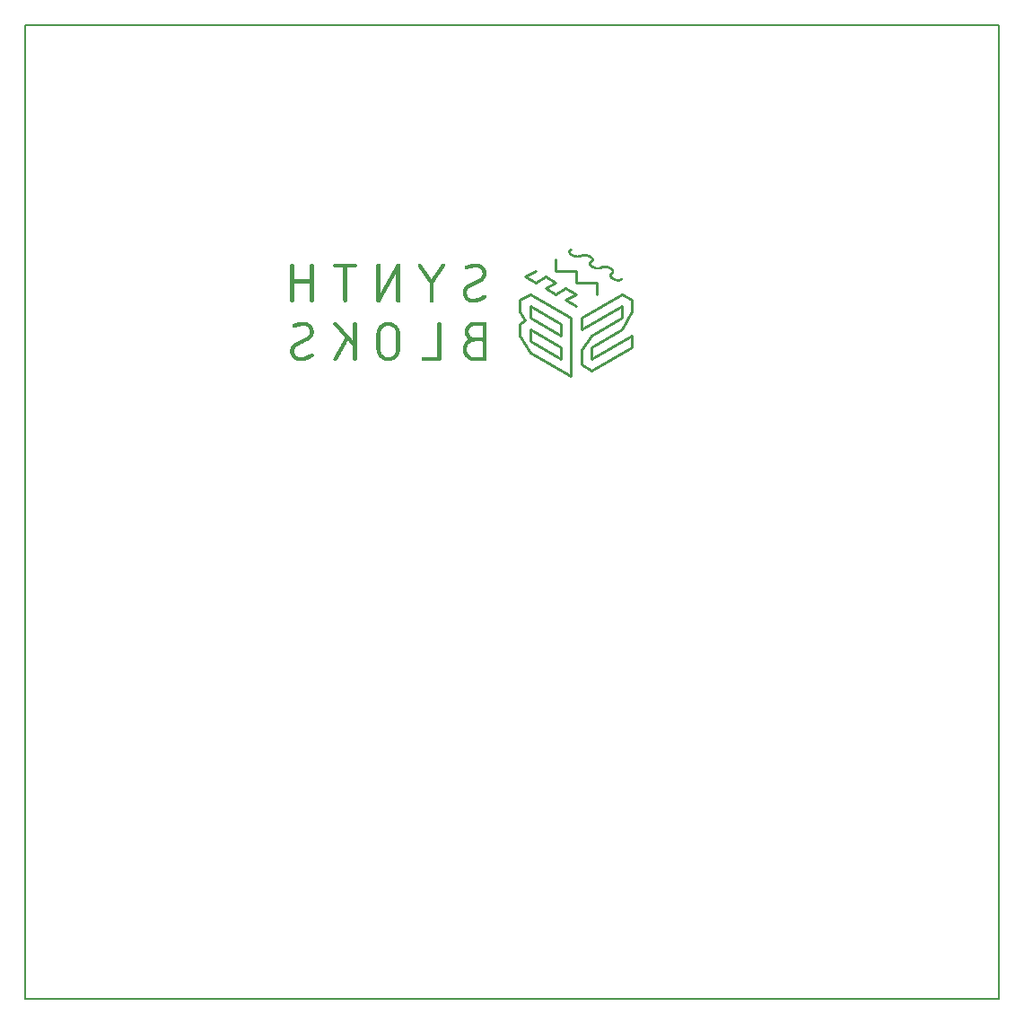
<source format=gbo>
G04 MADE WITH FRITZING*
G04 WWW.FRITZING.ORG*
G04 DOUBLE SIDED*
G04 HOLES PLATED*
G04 CONTOUR ON CENTER OF CONTOUR VECTOR*
%ASAXBY*%
%FSLAX23Y23*%
%MOIN*%
%OFA0B0*%
%SFA1.0B1.0*%
%ADD10R,3.622050X3.622050X3.606050X3.606050*%
%ADD11C,0.008000*%
%ADD12C,0.009413*%
%ADD13R,0.001000X0.001000*%
%LNSILK0*%
G90*
G70*
G54D11*
X4Y3618D02*
X3618Y3618D01*
X3618Y4D01*
X4Y4D01*
X4Y3618D01*
D02*
G54D12*
X2106Y2337D02*
X2257Y2424D01*
X2257Y2467D01*
X2106Y2380D01*
X2106Y2424D01*
X2219Y2489D01*
X2257Y2555D01*
X2257Y2598D01*
X2219Y2620D01*
X2068Y2533D01*
X2068Y2489D01*
X2219Y2576D01*
X2219Y2533D01*
X2106Y2467D01*
X2068Y2413D01*
X2068Y2358D01*
X2106Y2337D01*
D02*
X1841Y2467D02*
X1879Y2402D01*
X2030Y2315D01*
X2030Y2533D01*
X1879Y2620D01*
X1841Y2598D01*
X1841Y2555D01*
X1860Y2522D01*
X1841Y2511D01*
X1841Y2467D01*
D02*
X1879Y2533D02*
X1993Y2467D01*
X1993Y2511D01*
X1879Y2576D01*
X1879Y2533D01*
D02*
X1879Y2446D02*
X1992Y2380D01*
X1992Y2424D01*
X1879Y2489D01*
X1879Y2446D01*
D02*
X2125Y2620D02*
X2125Y2664D01*
X2049Y2664D01*
X2049Y2707D01*
X1974Y2707D01*
X1974Y2751D01*
D02*
X2049Y2576D02*
X2011Y2598D01*
X2049Y2620D01*
X2011Y2642D01*
X1973Y2620D01*
X1936Y2642D01*
X1973Y2664D01*
X1936Y2686D01*
X1898Y2664D01*
X1860Y2686D01*
X1898Y2707D01*
D02*
G54D13*
X2028Y2788D02*
X2032Y2788D01*
X2026Y2787D02*
X2033Y2787D01*
X2025Y2786D02*
X2033Y2786D01*
X2024Y2785D02*
X2034Y2785D01*
X2023Y2784D02*
X2034Y2784D01*
X2022Y2783D02*
X2034Y2783D01*
X2022Y2782D02*
X2033Y2782D01*
X2021Y2781D02*
X2033Y2781D01*
X2021Y2780D02*
X2031Y2780D01*
X2021Y2779D02*
X2030Y2779D01*
X2021Y2778D02*
X2029Y2778D01*
X2021Y2777D02*
X2029Y2777D01*
X2021Y2776D02*
X2029Y2776D01*
X2021Y2775D02*
X2030Y2775D01*
X2021Y2774D02*
X2030Y2774D01*
X2021Y2773D02*
X2031Y2773D01*
X2022Y2772D02*
X2032Y2772D01*
X2022Y2771D02*
X2033Y2771D01*
X2023Y2770D02*
X2035Y2770D01*
X2023Y2769D02*
X2037Y2769D01*
X2073Y2769D02*
X2087Y2769D01*
X2024Y2768D02*
X2038Y2768D01*
X2070Y2768D02*
X2092Y2768D01*
X2025Y2767D02*
X2041Y2767D01*
X2067Y2767D02*
X2095Y2767D01*
X2026Y2766D02*
X2043Y2766D01*
X2065Y2766D02*
X2098Y2766D01*
X2027Y2765D02*
X2046Y2765D01*
X2063Y2765D02*
X2100Y2765D01*
X2028Y2764D02*
X2052Y2764D01*
X2058Y2764D02*
X2102Y2764D01*
X2030Y2763D02*
X2103Y2763D01*
X2031Y2762D02*
X2105Y2762D01*
X2033Y2761D02*
X2106Y2761D01*
X2034Y2760D02*
X2075Y2760D01*
X2087Y2760D02*
X2107Y2760D01*
X2036Y2759D02*
X2071Y2759D01*
X2091Y2759D02*
X2109Y2759D01*
X2039Y2758D02*
X2069Y2758D01*
X2093Y2758D02*
X2110Y2758D01*
X2042Y2757D02*
X2067Y2757D01*
X2096Y2757D02*
X2111Y2757D01*
X2045Y2756D02*
X2064Y2756D01*
X2098Y2756D02*
X2111Y2756D01*
X2051Y2755D02*
X2059Y2755D01*
X2099Y2755D02*
X2112Y2755D01*
X2101Y2754D02*
X2113Y2754D01*
X2102Y2753D02*
X2113Y2753D01*
X2104Y2752D02*
X2114Y2752D01*
X2105Y2751D02*
X2114Y2751D01*
X2105Y2750D02*
X2114Y2750D01*
X2106Y2749D02*
X2115Y2749D01*
X2106Y2748D02*
X2115Y2748D01*
X2106Y2747D02*
X2115Y2747D01*
X2106Y2746D02*
X2114Y2746D01*
X2104Y2745D02*
X2114Y2745D01*
X2103Y2744D02*
X2114Y2744D01*
X2101Y2743D02*
X2114Y2743D01*
X2100Y2742D02*
X2113Y2742D01*
X2099Y2741D02*
X2112Y2741D01*
X2098Y2740D02*
X2112Y2740D01*
X2098Y2739D02*
X2111Y2739D01*
X2097Y2738D02*
X2110Y2738D01*
X2097Y2737D02*
X2108Y2737D01*
X2096Y2736D02*
X2107Y2736D01*
X2096Y2735D02*
X2105Y2735D01*
X2096Y2734D02*
X2105Y2734D01*
X991Y2733D02*
X998Y2733D01*
X1064Y2733D02*
X1070Y2733D01*
X1152Y2733D02*
X1231Y2733D01*
X1312Y2733D02*
X1318Y2733D01*
X1386Y2733D02*
X1391Y2733D01*
X1465Y2733D02*
X1471Y2733D01*
X1553Y2733D02*
X1559Y2733D01*
X1667Y2733D02*
X1686Y2733D01*
X2096Y2733D02*
X2104Y2733D01*
X990Y2732D02*
X999Y2732D01*
X1063Y2732D02*
X1072Y2732D01*
X1150Y2732D02*
X1232Y2732D01*
X1310Y2732D02*
X1320Y2732D01*
X1384Y2732D02*
X1393Y2732D01*
X1463Y2732D02*
X1472Y2732D01*
X1551Y2732D02*
X1560Y2732D01*
X1659Y2732D02*
X1690Y2732D01*
X2096Y2732D02*
X2105Y2732D01*
X989Y2731D02*
X1000Y2731D01*
X1062Y2731D02*
X1073Y2731D01*
X1149Y2731D02*
X1233Y2731D01*
X1310Y2731D02*
X1321Y2731D01*
X1383Y2731D02*
X1394Y2731D01*
X1463Y2731D02*
X1473Y2731D01*
X1550Y2731D02*
X1561Y2731D01*
X1655Y2731D02*
X1693Y2731D01*
X2096Y2731D02*
X2105Y2731D01*
X988Y2730D02*
X1001Y2730D01*
X1061Y2730D02*
X1073Y2730D01*
X1149Y2730D02*
X1234Y2730D01*
X1309Y2730D02*
X1321Y2730D01*
X1382Y2730D02*
X1394Y2730D01*
X1462Y2730D02*
X1474Y2730D01*
X1550Y2730D02*
X1562Y2730D01*
X1651Y2730D02*
X1695Y2730D01*
X2097Y2730D02*
X2106Y2730D01*
X988Y2729D02*
X1001Y2729D01*
X1061Y2729D02*
X1074Y2729D01*
X1148Y2729D02*
X1234Y2729D01*
X1309Y2729D02*
X1322Y2729D01*
X1382Y2729D02*
X1394Y2729D01*
X1462Y2729D02*
X1475Y2729D01*
X1549Y2729D02*
X1562Y2729D01*
X1648Y2729D02*
X1697Y2729D01*
X2097Y2729D02*
X2107Y2729D01*
X988Y2728D02*
X1001Y2728D01*
X1061Y2728D02*
X1074Y2728D01*
X1148Y2728D02*
X1234Y2728D01*
X1308Y2728D02*
X1322Y2728D01*
X1381Y2728D02*
X1395Y2728D01*
X1462Y2728D02*
X1476Y2728D01*
X1548Y2728D02*
X1562Y2728D01*
X1645Y2728D02*
X1698Y2728D01*
X2097Y2728D02*
X2108Y2728D01*
X988Y2727D02*
X1001Y2727D01*
X1061Y2727D02*
X1074Y2727D01*
X1148Y2727D02*
X1234Y2727D01*
X1308Y2727D02*
X1322Y2727D01*
X1380Y2727D02*
X1395Y2727D01*
X1461Y2727D02*
X1476Y2727D01*
X1548Y2727D02*
X1562Y2727D01*
X1643Y2727D02*
X1700Y2727D01*
X2098Y2727D02*
X2110Y2727D01*
X988Y2726D02*
X1001Y2726D01*
X1061Y2726D02*
X1074Y2726D01*
X1148Y2726D02*
X1234Y2726D01*
X1308Y2726D02*
X1322Y2726D01*
X1380Y2726D02*
X1395Y2726D01*
X1461Y2726D02*
X1477Y2726D01*
X1547Y2726D02*
X1562Y2726D01*
X1641Y2726D02*
X1701Y2726D01*
X2099Y2726D02*
X2111Y2726D01*
X2154Y2726D02*
X2157Y2726D01*
X988Y2725D02*
X1001Y2725D01*
X1061Y2725D02*
X1074Y2725D01*
X1148Y2725D02*
X1234Y2725D01*
X1308Y2725D02*
X1322Y2725D01*
X1379Y2725D02*
X1395Y2725D01*
X1462Y2725D02*
X1478Y2725D01*
X1546Y2725D02*
X1562Y2725D01*
X1640Y2725D02*
X1702Y2725D01*
X2099Y2725D02*
X2113Y2725D01*
X2147Y2725D02*
X2165Y2725D01*
X988Y2724D02*
X1001Y2724D01*
X1061Y2724D02*
X1074Y2724D01*
X1148Y2724D02*
X1234Y2724D01*
X1308Y2724D02*
X1322Y2724D01*
X1379Y2724D02*
X1395Y2724D01*
X1462Y2724D02*
X1478Y2724D01*
X1545Y2724D02*
X1562Y2724D01*
X1638Y2724D02*
X1703Y2724D01*
X2100Y2724D02*
X2115Y2724D01*
X2144Y2724D02*
X2169Y2724D01*
X988Y2723D02*
X1001Y2723D01*
X1061Y2723D02*
X1074Y2723D01*
X1149Y2723D02*
X1234Y2723D01*
X1308Y2723D02*
X1322Y2723D01*
X1378Y2723D02*
X1395Y2723D01*
X1462Y2723D02*
X1479Y2723D01*
X1545Y2723D02*
X1561Y2723D01*
X1638Y2723D02*
X1705Y2723D01*
X2101Y2723D02*
X2117Y2723D01*
X2142Y2723D02*
X2171Y2723D01*
X988Y2722D02*
X1001Y2722D01*
X1061Y2722D02*
X1074Y2722D01*
X1149Y2722D02*
X1233Y2722D01*
X1308Y2722D02*
X1322Y2722D01*
X1378Y2722D02*
X1395Y2722D01*
X1463Y2722D02*
X1480Y2722D01*
X1544Y2722D02*
X1561Y2722D01*
X1637Y2722D02*
X1705Y2722D01*
X2102Y2722D02*
X2120Y2722D01*
X2140Y2722D02*
X2174Y2722D01*
X988Y2721D02*
X1001Y2721D01*
X1061Y2721D02*
X1074Y2721D01*
X1150Y2721D02*
X1233Y2721D01*
X1308Y2721D02*
X1322Y2721D01*
X1377Y2721D02*
X1395Y2721D01*
X1464Y2721D02*
X1480Y2721D01*
X1543Y2721D02*
X1560Y2721D01*
X1637Y2721D02*
X1706Y2721D01*
X2103Y2721D02*
X2123Y2721D01*
X2137Y2721D02*
X2176Y2721D01*
X988Y2720D02*
X1001Y2720D01*
X1061Y2720D02*
X1074Y2720D01*
X1151Y2720D02*
X1231Y2720D01*
X1308Y2720D02*
X1322Y2720D01*
X1377Y2720D02*
X1395Y2720D01*
X1464Y2720D02*
X1481Y2720D01*
X1543Y2720D02*
X1559Y2720D01*
X1636Y2720D02*
X1707Y2720D01*
X2104Y2720D02*
X2178Y2720D01*
X988Y2719D02*
X1001Y2719D01*
X1061Y2719D02*
X1074Y2719D01*
X1184Y2719D02*
X1198Y2719D01*
X1308Y2719D02*
X1322Y2719D01*
X1376Y2719D02*
X1395Y2719D01*
X1465Y2719D02*
X1482Y2719D01*
X1542Y2719D02*
X1559Y2719D01*
X1636Y2719D02*
X1677Y2719D01*
X1681Y2719D02*
X1708Y2719D01*
X2106Y2719D02*
X2180Y2719D01*
X988Y2718D02*
X1001Y2718D01*
X1061Y2718D02*
X1074Y2718D01*
X1184Y2718D02*
X1198Y2718D01*
X1308Y2718D02*
X1322Y2718D01*
X1375Y2718D02*
X1395Y2718D01*
X1466Y2718D02*
X1482Y2718D01*
X1541Y2718D02*
X1558Y2718D01*
X1636Y2718D02*
X1666Y2718D01*
X1686Y2718D02*
X1709Y2718D01*
X2107Y2718D02*
X2181Y2718D01*
X988Y2717D02*
X1001Y2717D01*
X1061Y2717D02*
X1074Y2717D01*
X1184Y2717D02*
X1198Y2717D01*
X1308Y2717D02*
X1322Y2717D01*
X1375Y2717D02*
X1395Y2717D01*
X1466Y2717D02*
X1483Y2717D01*
X1541Y2717D02*
X1557Y2717D01*
X1637Y2717D02*
X1661Y2717D01*
X1689Y2717D02*
X1709Y2717D01*
X2109Y2717D02*
X2182Y2717D01*
X988Y2716D02*
X1001Y2716D01*
X1061Y2716D02*
X1074Y2716D01*
X1184Y2716D02*
X1198Y2716D01*
X1308Y2716D02*
X1322Y2716D01*
X1374Y2716D02*
X1395Y2716D01*
X1467Y2716D02*
X1484Y2716D01*
X1540Y2716D02*
X1557Y2716D01*
X1637Y2716D02*
X1656Y2716D01*
X1691Y2716D02*
X1710Y2716D01*
X2111Y2716D02*
X2148Y2716D01*
X2164Y2716D02*
X2183Y2716D01*
X988Y2715D02*
X1001Y2715D01*
X1061Y2715D02*
X1074Y2715D01*
X1184Y2715D02*
X1198Y2715D01*
X1308Y2715D02*
X1322Y2715D01*
X1374Y2715D02*
X1395Y2715D01*
X1468Y2715D02*
X1484Y2715D01*
X1539Y2715D02*
X1556Y2715D01*
X1638Y2715D02*
X1653Y2715D01*
X1693Y2715D02*
X1711Y2715D01*
X2113Y2715D02*
X2146Y2715D01*
X2167Y2715D02*
X2185Y2715D01*
X988Y2714D02*
X1001Y2714D01*
X1061Y2714D02*
X1074Y2714D01*
X1184Y2714D02*
X1198Y2714D01*
X1308Y2714D02*
X1322Y2714D01*
X1373Y2714D02*
X1395Y2714D01*
X1468Y2714D02*
X1485Y2714D01*
X1539Y2714D02*
X1555Y2714D01*
X1638Y2714D02*
X1650Y2714D01*
X1694Y2714D02*
X1711Y2714D01*
X2116Y2714D02*
X2144Y2714D01*
X2170Y2714D02*
X2186Y2714D01*
X988Y2713D02*
X1001Y2713D01*
X1061Y2713D02*
X1074Y2713D01*
X1184Y2713D02*
X1198Y2713D01*
X1308Y2713D02*
X1322Y2713D01*
X1373Y2713D02*
X1395Y2713D01*
X1469Y2713D02*
X1486Y2713D01*
X1538Y2713D02*
X1555Y2713D01*
X1640Y2713D02*
X1647Y2713D01*
X1695Y2713D02*
X1712Y2713D01*
X2119Y2713D02*
X2141Y2713D01*
X2172Y2713D02*
X2186Y2713D01*
X988Y2712D02*
X1001Y2712D01*
X1061Y2712D02*
X1074Y2712D01*
X1184Y2712D02*
X1198Y2712D01*
X1308Y2712D02*
X1322Y2712D01*
X1372Y2712D02*
X1395Y2712D01*
X1470Y2712D02*
X1487Y2712D01*
X1537Y2712D02*
X1554Y2712D01*
X1642Y2712D02*
X1644Y2712D01*
X1696Y2712D02*
X1712Y2712D01*
X2123Y2712D02*
X2138Y2712D01*
X2174Y2712D02*
X2187Y2712D01*
X988Y2711D02*
X1001Y2711D01*
X1061Y2711D02*
X1074Y2711D01*
X1184Y2711D02*
X1198Y2711D01*
X1308Y2711D02*
X1322Y2711D01*
X1372Y2711D02*
X1395Y2711D01*
X1470Y2711D02*
X1487Y2711D01*
X1537Y2711D02*
X1553Y2711D01*
X1697Y2711D02*
X1713Y2711D01*
X2176Y2711D02*
X2188Y2711D01*
X988Y2710D02*
X1001Y2710D01*
X1061Y2710D02*
X1074Y2710D01*
X1184Y2710D02*
X1198Y2710D01*
X1308Y2710D02*
X1322Y2710D01*
X1371Y2710D02*
X1395Y2710D01*
X1471Y2710D02*
X1488Y2710D01*
X1536Y2710D02*
X1553Y2710D01*
X1698Y2710D02*
X1713Y2710D01*
X2177Y2710D02*
X2188Y2710D01*
X988Y2709D02*
X1001Y2709D01*
X1061Y2709D02*
X1074Y2709D01*
X1184Y2709D02*
X1198Y2709D01*
X1308Y2709D02*
X1322Y2709D01*
X1370Y2709D02*
X1395Y2709D01*
X1472Y2709D02*
X1489Y2709D01*
X1535Y2709D02*
X1552Y2709D01*
X1698Y2709D02*
X1713Y2709D01*
X2178Y2709D02*
X2189Y2709D01*
X988Y2708D02*
X1001Y2708D01*
X1061Y2708D02*
X1074Y2708D01*
X1184Y2708D02*
X1198Y2708D01*
X1308Y2708D02*
X1322Y2708D01*
X1370Y2708D02*
X1395Y2708D01*
X1473Y2708D02*
X1489Y2708D01*
X1534Y2708D02*
X1551Y2708D01*
X1699Y2708D02*
X1714Y2708D01*
X2180Y2708D02*
X2189Y2708D01*
X988Y2707D02*
X1001Y2707D01*
X1061Y2707D02*
X1074Y2707D01*
X1184Y2707D02*
X1198Y2707D01*
X1308Y2707D02*
X1322Y2707D01*
X1369Y2707D02*
X1395Y2707D01*
X1473Y2707D02*
X1490Y2707D01*
X1534Y2707D02*
X1551Y2707D01*
X1699Y2707D02*
X1714Y2707D01*
X2180Y2707D02*
X2190Y2707D01*
X988Y2706D02*
X1001Y2706D01*
X1061Y2706D02*
X1074Y2706D01*
X1184Y2706D02*
X1198Y2706D01*
X1308Y2706D02*
X1322Y2706D01*
X1369Y2706D02*
X1395Y2706D01*
X1474Y2706D02*
X1491Y2706D01*
X1533Y2706D02*
X1550Y2706D01*
X1700Y2706D02*
X1714Y2706D01*
X2181Y2706D02*
X2190Y2706D01*
X988Y2705D02*
X1001Y2705D01*
X1061Y2705D02*
X1074Y2705D01*
X1184Y2705D02*
X1198Y2705D01*
X1308Y2705D02*
X1322Y2705D01*
X1368Y2705D02*
X1395Y2705D01*
X1475Y2705D02*
X1491Y2705D01*
X1532Y2705D02*
X1549Y2705D01*
X1700Y2705D02*
X1715Y2705D01*
X2182Y2705D02*
X2190Y2705D01*
X988Y2704D02*
X1001Y2704D01*
X1061Y2704D02*
X1074Y2704D01*
X1184Y2704D02*
X1198Y2704D01*
X1308Y2704D02*
X1322Y2704D01*
X1368Y2704D02*
X1395Y2704D01*
X1475Y2704D02*
X1492Y2704D01*
X1532Y2704D02*
X1548Y2704D01*
X1701Y2704D02*
X1715Y2704D01*
X2182Y2704D02*
X2190Y2704D01*
X988Y2703D02*
X1001Y2703D01*
X1061Y2703D02*
X1074Y2703D01*
X1184Y2703D02*
X1198Y2703D01*
X1308Y2703D02*
X1322Y2703D01*
X1367Y2703D02*
X1395Y2703D01*
X1476Y2703D02*
X1493Y2703D01*
X1531Y2703D02*
X1548Y2703D01*
X1701Y2703D02*
X1715Y2703D01*
X2181Y2703D02*
X2190Y2703D01*
X988Y2702D02*
X1001Y2702D01*
X1061Y2702D02*
X1074Y2702D01*
X1184Y2702D02*
X1198Y2702D01*
X1308Y2702D02*
X1322Y2702D01*
X1367Y2702D02*
X1395Y2702D01*
X1477Y2702D02*
X1493Y2702D01*
X1530Y2702D02*
X1547Y2702D01*
X1701Y2702D02*
X1715Y2702D01*
X2181Y2702D02*
X2190Y2702D01*
X988Y2701D02*
X1001Y2701D01*
X1061Y2701D02*
X1074Y2701D01*
X1184Y2701D02*
X1198Y2701D01*
X1308Y2701D02*
X1322Y2701D01*
X1366Y2701D02*
X1395Y2701D01*
X1477Y2701D02*
X1494Y2701D01*
X1530Y2701D02*
X1546Y2701D01*
X1701Y2701D02*
X1715Y2701D01*
X2179Y2701D02*
X2190Y2701D01*
X988Y2700D02*
X1001Y2700D01*
X1061Y2700D02*
X1074Y2700D01*
X1184Y2700D02*
X1198Y2700D01*
X1308Y2700D02*
X1322Y2700D01*
X1365Y2700D02*
X1395Y2700D01*
X1478Y2700D02*
X1495Y2700D01*
X1529Y2700D02*
X1546Y2700D01*
X1702Y2700D02*
X1715Y2700D01*
X2178Y2700D02*
X2189Y2700D01*
X988Y2699D02*
X1001Y2699D01*
X1061Y2699D02*
X1074Y2699D01*
X1184Y2699D02*
X1198Y2699D01*
X1308Y2699D02*
X1322Y2699D01*
X1365Y2699D02*
X1395Y2699D01*
X1479Y2699D02*
X1495Y2699D01*
X1528Y2699D02*
X1545Y2699D01*
X1702Y2699D02*
X1715Y2699D01*
X2176Y2699D02*
X2189Y2699D01*
X988Y2698D02*
X1001Y2698D01*
X1061Y2698D02*
X1074Y2698D01*
X1184Y2698D02*
X1198Y2698D01*
X1308Y2698D02*
X1322Y2698D01*
X1364Y2698D02*
X1395Y2698D01*
X1479Y2698D02*
X1496Y2698D01*
X1528Y2698D02*
X1544Y2698D01*
X1702Y2698D02*
X1715Y2698D01*
X2175Y2698D02*
X2188Y2698D01*
X988Y2697D02*
X1001Y2697D01*
X1061Y2697D02*
X1074Y2697D01*
X1184Y2697D02*
X1198Y2697D01*
X1308Y2697D02*
X1322Y2697D01*
X1364Y2697D02*
X1379Y2697D01*
X1381Y2697D02*
X1395Y2697D01*
X1480Y2697D02*
X1497Y2697D01*
X1527Y2697D02*
X1544Y2697D01*
X1702Y2697D02*
X1715Y2697D01*
X2174Y2697D02*
X2188Y2697D01*
X988Y2696D02*
X1001Y2696D01*
X1061Y2696D02*
X1074Y2696D01*
X1184Y2696D02*
X1198Y2696D01*
X1308Y2696D02*
X1322Y2696D01*
X1363Y2696D02*
X1379Y2696D01*
X1381Y2696D02*
X1395Y2696D01*
X1481Y2696D02*
X1498Y2696D01*
X1526Y2696D02*
X1543Y2696D01*
X1702Y2696D02*
X1715Y2696D01*
X2174Y2696D02*
X2187Y2696D01*
X988Y2695D02*
X1001Y2695D01*
X1061Y2695D02*
X1074Y2695D01*
X1184Y2695D02*
X1198Y2695D01*
X1308Y2695D02*
X1322Y2695D01*
X1363Y2695D02*
X1378Y2695D01*
X1381Y2695D02*
X1395Y2695D01*
X1481Y2695D02*
X1498Y2695D01*
X1526Y2695D02*
X1542Y2695D01*
X1702Y2695D02*
X1715Y2695D01*
X2173Y2695D02*
X2186Y2695D01*
X988Y2694D02*
X1001Y2694D01*
X1061Y2694D02*
X1074Y2694D01*
X1184Y2694D02*
X1198Y2694D01*
X1308Y2694D02*
X1322Y2694D01*
X1362Y2694D02*
X1378Y2694D01*
X1381Y2694D02*
X1395Y2694D01*
X1482Y2694D02*
X1499Y2694D01*
X1525Y2694D02*
X1542Y2694D01*
X1702Y2694D02*
X1715Y2694D01*
X2173Y2694D02*
X2185Y2694D01*
X988Y2693D02*
X1001Y2693D01*
X1061Y2693D02*
X1074Y2693D01*
X1184Y2693D02*
X1198Y2693D01*
X1308Y2693D02*
X1322Y2693D01*
X1362Y2693D02*
X1377Y2693D01*
X1381Y2693D02*
X1395Y2693D01*
X1483Y2693D02*
X1500Y2693D01*
X1524Y2693D02*
X1541Y2693D01*
X1701Y2693D02*
X1715Y2693D01*
X2172Y2693D02*
X2183Y2693D01*
X988Y2692D02*
X1001Y2692D01*
X1061Y2692D02*
X1074Y2692D01*
X1184Y2692D02*
X1198Y2692D01*
X1308Y2692D02*
X1322Y2692D01*
X1361Y2692D02*
X1377Y2692D01*
X1381Y2692D02*
X1395Y2692D01*
X1484Y2692D02*
X1500Y2692D01*
X1523Y2692D02*
X1540Y2692D01*
X1701Y2692D02*
X1715Y2692D01*
X2172Y2692D02*
X2182Y2692D01*
X988Y2691D02*
X1001Y2691D01*
X1061Y2691D02*
X1074Y2691D01*
X1184Y2691D02*
X1198Y2691D01*
X1308Y2691D02*
X1322Y2691D01*
X1360Y2691D02*
X1376Y2691D01*
X1381Y2691D02*
X1395Y2691D01*
X1484Y2691D02*
X1501Y2691D01*
X1523Y2691D02*
X1539Y2691D01*
X1701Y2691D02*
X1715Y2691D01*
X2172Y2691D02*
X2181Y2691D01*
X988Y2690D02*
X1001Y2690D01*
X1061Y2690D02*
X1074Y2690D01*
X1184Y2690D02*
X1198Y2690D01*
X1308Y2690D02*
X1322Y2690D01*
X1360Y2690D02*
X1376Y2690D01*
X1381Y2690D02*
X1395Y2690D01*
X1485Y2690D02*
X1502Y2690D01*
X1522Y2690D02*
X1539Y2690D01*
X1701Y2690D02*
X1715Y2690D01*
X2172Y2690D02*
X2180Y2690D01*
X988Y2689D02*
X1001Y2689D01*
X1061Y2689D02*
X1074Y2689D01*
X1184Y2689D02*
X1198Y2689D01*
X1308Y2689D02*
X1322Y2689D01*
X1359Y2689D02*
X1375Y2689D01*
X1381Y2689D02*
X1395Y2689D01*
X1486Y2689D02*
X1502Y2689D01*
X1521Y2689D02*
X1538Y2689D01*
X1700Y2689D02*
X1714Y2689D01*
X2172Y2689D02*
X2180Y2689D01*
X988Y2688D02*
X1001Y2688D01*
X1061Y2688D02*
X1074Y2688D01*
X1184Y2688D02*
X1198Y2688D01*
X1308Y2688D02*
X1322Y2688D01*
X1359Y2688D02*
X1374Y2688D01*
X1381Y2688D02*
X1395Y2688D01*
X1486Y2688D02*
X1503Y2688D01*
X1521Y2688D02*
X1537Y2688D01*
X1700Y2688D02*
X1714Y2688D01*
X2172Y2688D02*
X2181Y2688D01*
X988Y2687D02*
X1001Y2687D01*
X1061Y2687D02*
X1074Y2687D01*
X1184Y2687D02*
X1198Y2687D01*
X1308Y2687D02*
X1322Y2687D01*
X1358Y2687D02*
X1374Y2687D01*
X1381Y2687D02*
X1395Y2687D01*
X1487Y2687D02*
X1504Y2687D01*
X1520Y2687D02*
X1537Y2687D01*
X1699Y2687D02*
X1714Y2687D01*
X2172Y2687D02*
X2181Y2687D01*
X988Y2686D02*
X1001Y2686D01*
X1061Y2686D02*
X1074Y2686D01*
X1184Y2686D02*
X1198Y2686D01*
X1308Y2686D02*
X1322Y2686D01*
X1358Y2686D02*
X1373Y2686D01*
X1381Y2686D02*
X1395Y2686D01*
X1488Y2686D02*
X1504Y2686D01*
X1519Y2686D02*
X1536Y2686D01*
X1699Y2686D02*
X1714Y2686D01*
X2172Y2686D02*
X2182Y2686D01*
X988Y2685D02*
X1001Y2685D01*
X1061Y2685D02*
X1074Y2685D01*
X1184Y2685D02*
X1198Y2685D01*
X1308Y2685D02*
X1322Y2685D01*
X1357Y2685D02*
X1373Y2685D01*
X1381Y2685D02*
X1395Y2685D01*
X1488Y2685D02*
X1505Y2685D01*
X1519Y2685D02*
X1535Y2685D01*
X1698Y2685D02*
X1713Y2685D01*
X2173Y2685D02*
X2183Y2685D01*
X988Y2684D02*
X1001Y2684D01*
X1061Y2684D02*
X1074Y2684D01*
X1184Y2684D02*
X1198Y2684D01*
X1308Y2684D02*
X1322Y2684D01*
X1357Y2684D02*
X1372Y2684D01*
X1381Y2684D02*
X1395Y2684D01*
X1489Y2684D02*
X1506Y2684D01*
X1518Y2684D02*
X1535Y2684D01*
X1698Y2684D02*
X1713Y2684D01*
X2173Y2684D02*
X2184Y2684D01*
X988Y2683D02*
X1001Y2683D01*
X1061Y2683D02*
X1074Y2683D01*
X1184Y2683D02*
X1198Y2683D01*
X1308Y2683D02*
X1322Y2683D01*
X1356Y2683D02*
X1372Y2683D01*
X1381Y2683D02*
X1395Y2683D01*
X1490Y2683D02*
X1506Y2683D01*
X1517Y2683D02*
X1534Y2683D01*
X1697Y2683D02*
X1713Y2683D01*
X2174Y2683D02*
X2186Y2683D01*
X988Y2682D02*
X1001Y2682D01*
X1061Y2682D02*
X1074Y2682D01*
X1184Y2682D02*
X1198Y2682D01*
X1308Y2682D02*
X1322Y2682D01*
X1355Y2682D02*
X1371Y2682D01*
X1381Y2682D02*
X1395Y2682D01*
X1490Y2682D02*
X1507Y2682D01*
X1517Y2682D02*
X1533Y2682D01*
X1696Y2682D02*
X1712Y2682D01*
X2174Y2682D02*
X2187Y2682D01*
X988Y2681D02*
X1001Y2681D01*
X1061Y2681D02*
X1074Y2681D01*
X1184Y2681D02*
X1198Y2681D01*
X1308Y2681D02*
X1322Y2681D01*
X1355Y2681D02*
X1371Y2681D01*
X1381Y2681D02*
X1395Y2681D01*
X1491Y2681D02*
X1508Y2681D01*
X1516Y2681D02*
X1533Y2681D01*
X1695Y2681D02*
X1712Y2681D01*
X2175Y2681D02*
X2189Y2681D01*
X988Y2680D02*
X1001Y2680D01*
X1061Y2680D02*
X1074Y2680D01*
X1184Y2680D02*
X1198Y2680D01*
X1308Y2680D02*
X1322Y2680D01*
X1354Y2680D02*
X1370Y2680D01*
X1381Y2680D02*
X1395Y2680D01*
X1492Y2680D02*
X1509Y2680D01*
X1515Y2680D02*
X1532Y2680D01*
X1693Y2680D02*
X1711Y2680D01*
X2176Y2680D02*
X2191Y2680D01*
X988Y2679D02*
X1001Y2679D01*
X1061Y2679D02*
X1074Y2679D01*
X1184Y2679D02*
X1198Y2679D01*
X1308Y2679D02*
X1322Y2679D01*
X1354Y2679D02*
X1369Y2679D01*
X1381Y2679D02*
X1395Y2679D01*
X1493Y2679D02*
X1509Y2679D01*
X1515Y2679D02*
X1531Y2679D01*
X1692Y2679D02*
X1711Y2679D01*
X2177Y2679D02*
X2194Y2679D01*
X2216Y2679D02*
X2220Y2679D01*
X988Y2678D02*
X1001Y2678D01*
X1061Y2678D02*
X1074Y2678D01*
X1184Y2678D02*
X1198Y2678D01*
X1308Y2678D02*
X1322Y2678D01*
X1353Y2678D02*
X1369Y2678D01*
X1381Y2678D02*
X1395Y2678D01*
X1493Y2678D02*
X1510Y2678D01*
X1514Y2678D02*
X1530Y2678D01*
X1690Y2678D02*
X1710Y2678D01*
X2178Y2678D02*
X2197Y2678D01*
X2214Y2678D02*
X2222Y2678D01*
X988Y2677D02*
X1001Y2677D01*
X1061Y2677D02*
X1074Y2677D01*
X1184Y2677D02*
X1198Y2677D01*
X1308Y2677D02*
X1322Y2677D01*
X1353Y2677D02*
X1368Y2677D01*
X1381Y2677D02*
X1395Y2677D01*
X1494Y2677D02*
X1511Y2677D01*
X1513Y2677D02*
X1530Y2677D01*
X1688Y2677D02*
X1710Y2677D01*
X2179Y2677D02*
X2201Y2677D01*
X2211Y2677D02*
X2222Y2677D01*
X988Y2676D02*
X1001Y2676D01*
X1061Y2676D02*
X1074Y2676D01*
X1184Y2676D02*
X1198Y2676D01*
X1308Y2676D02*
X1322Y2676D01*
X1352Y2676D02*
X1368Y2676D01*
X1381Y2676D02*
X1395Y2676D01*
X1495Y2676D02*
X1529Y2676D01*
X1686Y2676D02*
X1709Y2676D01*
X2180Y2676D02*
X2223Y2676D01*
X988Y2675D02*
X1074Y2675D01*
X1184Y2675D02*
X1198Y2675D01*
X1308Y2675D02*
X1322Y2675D01*
X1352Y2675D02*
X1367Y2675D01*
X1381Y2675D02*
X1395Y2675D01*
X1495Y2675D02*
X1528Y2675D01*
X1684Y2675D02*
X1708Y2675D01*
X2182Y2675D02*
X2223Y2675D01*
X988Y2674D02*
X1074Y2674D01*
X1184Y2674D02*
X1198Y2674D01*
X1308Y2674D02*
X1322Y2674D01*
X1351Y2674D02*
X1367Y2674D01*
X1381Y2674D02*
X1395Y2674D01*
X1496Y2674D02*
X1528Y2674D01*
X1682Y2674D02*
X1707Y2674D01*
X2183Y2674D02*
X2223Y2674D01*
X988Y2673D02*
X1074Y2673D01*
X1184Y2673D02*
X1198Y2673D01*
X1308Y2673D02*
X1322Y2673D01*
X1350Y2673D02*
X1366Y2673D01*
X1381Y2673D02*
X1395Y2673D01*
X1497Y2673D02*
X1527Y2673D01*
X1680Y2673D02*
X1706Y2673D01*
X2185Y2673D02*
X2222Y2673D01*
X988Y2672D02*
X1074Y2672D01*
X1184Y2672D02*
X1198Y2672D01*
X1308Y2672D02*
X1322Y2672D01*
X1350Y2672D02*
X1366Y2672D01*
X1381Y2672D02*
X1395Y2672D01*
X1497Y2672D02*
X1526Y2672D01*
X1678Y2672D02*
X1705Y2672D01*
X2187Y2672D02*
X2221Y2672D01*
X988Y2671D02*
X1074Y2671D01*
X1184Y2671D02*
X1198Y2671D01*
X1308Y2671D02*
X1322Y2671D01*
X1349Y2671D02*
X1365Y2671D01*
X1381Y2671D02*
X1395Y2671D01*
X1498Y2671D02*
X1526Y2671D01*
X1677Y2671D02*
X1704Y2671D01*
X2189Y2671D02*
X2220Y2671D01*
X988Y2670D02*
X1074Y2670D01*
X1184Y2670D02*
X1198Y2670D01*
X1308Y2670D02*
X1322Y2670D01*
X1349Y2670D02*
X1364Y2670D01*
X1381Y2670D02*
X1395Y2670D01*
X1499Y2670D02*
X1525Y2670D01*
X1675Y2670D02*
X1703Y2670D01*
X2192Y2670D02*
X2218Y2670D01*
X988Y2669D02*
X1074Y2669D01*
X1184Y2669D02*
X1198Y2669D01*
X1308Y2669D02*
X1322Y2669D01*
X1348Y2669D02*
X1364Y2669D01*
X1381Y2669D02*
X1395Y2669D01*
X1499Y2669D02*
X1524Y2669D01*
X1673Y2669D02*
X1702Y2669D01*
X2196Y2669D02*
X2216Y2669D01*
X988Y2668D02*
X1074Y2668D01*
X1184Y2668D02*
X1198Y2668D01*
X1308Y2668D02*
X1322Y2668D01*
X1348Y2668D02*
X1363Y2668D01*
X1381Y2668D02*
X1395Y2668D01*
X1500Y2668D02*
X1524Y2668D01*
X1671Y2668D02*
X1701Y2668D01*
X2201Y2668D02*
X2212Y2668D01*
X988Y2667D02*
X1074Y2667D01*
X1184Y2667D02*
X1198Y2667D01*
X1308Y2667D02*
X1322Y2667D01*
X1347Y2667D02*
X1363Y2667D01*
X1381Y2667D02*
X1395Y2667D01*
X1501Y2667D02*
X1523Y2667D01*
X1669Y2667D02*
X1699Y2667D01*
X988Y2666D02*
X1074Y2666D01*
X1184Y2666D02*
X1198Y2666D01*
X1308Y2666D02*
X1322Y2666D01*
X1347Y2666D02*
X1362Y2666D01*
X1381Y2666D02*
X1395Y2666D01*
X1502Y2666D02*
X1522Y2666D01*
X1667Y2666D02*
X1697Y2666D01*
X988Y2665D02*
X1074Y2665D01*
X1184Y2665D02*
X1198Y2665D01*
X1308Y2665D02*
X1322Y2665D01*
X1346Y2665D02*
X1362Y2665D01*
X1381Y2665D02*
X1395Y2665D01*
X1502Y2665D02*
X1521Y2665D01*
X1665Y2665D02*
X1696Y2665D01*
X988Y2664D02*
X1074Y2664D01*
X1184Y2664D02*
X1198Y2664D01*
X1308Y2664D02*
X1322Y2664D01*
X1345Y2664D02*
X1361Y2664D01*
X1381Y2664D02*
X1395Y2664D01*
X1503Y2664D02*
X1521Y2664D01*
X1663Y2664D02*
X1694Y2664D01*
X988Y2663D02*
X1074Y2663D01*
X1184Y2663D02*
X1198Y2663D01*
X1308Y2663D02*
X1322Y2663D01*
X1345Y2663D02*
X1361Y2663D01*
X1381Y2663D02*
X1395Y2663D01*
X1504Y2663D02*
X1520Y2663D01*
X1661Y2663D02*
X1692Y2663D01*
X988Y2662D02*
X1074Y2662D01*
X1184Y2662D02*
X1198Y2662D01*
X1308Y2662D02*
X1322Y2662D01*
X1344Y2662D02*
X1360Y2662D01*
X1381Y2662D02*
X1395Y2662D01*
X1504Y2662D02*
X1519Y2662D01*
X1659Y2662D02*
X1690Y2662D01*
X988Y2661D02*
X1074Y2661D01*
X1184Y2661D02*
X1198Y2661D01*
X1308Y2661D02*
X1322Y2661D01*
X1344Y2661D02*
X1359Y2661D01*
X1381Y2661D02*
X1395Y2661D01*
X1505Y2661D02*
X1519Y2661D01*
X1657Y2661D02*
X1688Y2661D01*
X988Y2660D02*
X1001Y2660D01*
X1061Y2660D02*
X1074Y2660D01*
X1184Y2660D02*
X1198Y2660D01*
X1308Y2660D02*
X1322Y2660D01*
X1343Y2660D02*
X1359Y2660D01*
X1381Y2660D02*
X1395Y2660D01*
X1505Y2660D02*
X1519Y2660D01*
X1655Y2660D02*
X1686Y2660D01*
X988Y2659D02*
X1001Y2659D01*
X1061Y2659D02*
X1074Y2659D01*
X1184Y2659D02*
X1198Y2659D01*
X1308Y2659D02*
X1322Y2659D01*
X1343Y2659D02*
X1358Y2659D01*
X1381Y2659D02*
X1395Y2659D01*
X1505Y2659D02*
X1519Y2659D01*
X1653Y2659D02*
X1684Y2659D01*
X988Y2658D02*
X1001Y2658D01*
X1061Y2658D02*
X1074Y2658D01*
X1184Y2658D02*
X1198Y2658D01*
X1308Y2658D02*
X1322Y2658D01*
X1342Y2658D02*
X1358Y2658D01*
X1381Y2658D02*
X1395Y2658D01*
X1505Y2658D02*
X1519Y2658D01*
X1651Y2658D02*
X1682Y2658D01*
X988Y2657D02*
X1001Y2657D01*
X1061Y2657D02*
X1074Y2657D01*
X1184Y2657D02*
X1198Y2657D01*
X1308Y2657D02*
X1322Y2657D01*
X1342Y2657D02*
X1357Y2657D01*
X1381Y2657D02*
X1395Y2657D01*
X1505Y2657D02*
X1519Y2657D01*
X1649Y2657D02*
X1680Y2657D01*
X988Y2656D02*
X1001Y2656D01*
X1061Y2656D02*
X1074Y2656D01*
X1184Y2656D02*
X1198Y2656D01*
X1308Y2656D02*
X1322Y2656D01*
X1341Y2656D02*
X1357Y2656D01*
X1381Y2656D02*
X1395Y2656D01*
X1505Y2656D02*
X1519Y2656D01*
X1647Y2656D02*
X1678Y2656D01*
X988Y2655D02*
X1001Y2655D01*
X1061Y2655D02*
X1074Y2655D01*
X1184Y2655D02*
X1198Y2655D01*
X1308Y2655D02*
X1322Y2655D01*
X1340Y2655D02*
X1356Y2655D01*
X1381Y2655D02*
X1395Y2655D01*
X1505Y2655D02*
X1519Y2655D01*
X1646Y2655D02*
X1676Y2655D01*
X988Y2654D02*
X1001Y2654D01*
X1061Y2654D02*
X1074Y2654D01*
X1184Y2654D02*
X1198Y2654D01*
X1308Y2654D02*
X1322Y2654D01*
X1340Y2654D02*
X1356Y2654D01*
X1381Y2654D02*
X1395Y2654D01*
X1505Y2654D02*
X1519Y2654D01*
X1644Y2654D02*
X1674Y2654D01*
X988Y2653D02*
X1001Y2653D01*
X1061Y2653D02*
X1074Y2653D01*
X1184Y2653D02*
X1198Y2653D01*
X1308Y2653D02*
X1322Y2653D01*
X1339Y2653D02*
X1355Y2653D01*
X1381Y2653D02*
X1395Y2653D01*
X1505Y2653D02*
X1519Y2653D01*
X1643Y2653D02*
X1672Y2653D01*
X988Y2652D02*
X1001Y2652D01*
X1061Y2652D02*
X1074Y2652D01*
X1184Y2652D02*
X1198Y2652D01*
X1308Y2652D02*
X1322Y2652D01*
X1339Y2652D02*
X1354Y2652D01*
X1381Y2652D02*
X1395Y2652D01*
X1505Y2652D02*
X1519Y2652D01*
X1642Y2652D02*
X1670Y2652D01*
X988Y2651D02*
X1001Y2651D01*
X1061Y2651D02*
X1074Y2651D01*
X1184Y2651D02*
X1198Y2651D01*
X1308Y2651D02*
X1322Y2651D01*
X1338Y2651D02*
X1354Y2651D01*
X1381Y2651D02*
X1395Y2651D01*
X1505Y2651D02*
X1519Y2651D01*
X1640Y2651D02*
X1668Y2651D01*
X988Y2650D02*
X1001Y2650D01*
X1061Y2650D02*
X1074Y2650D01*
X1184Y2650D02*
X1198Y2650D01*
X1308Y2650D02*
X1322Y2650D01*
X1338Y2650D02*
X1353Y2650D01*
X1381Y2650D02*
X1395Y2650D01*
X1505Y2650D02*
X1519Y2650D01*
X1639Y2650D02*
X1666Y2650D01*
X988Y2649D02*
X1001Y2649D01*
X1061Y2649D02*
X1074Y2649D01*
X1184Y2649D02*
X1198Y2649D01*
X1308Y2649D02*
X1322Y2649D01*
X1337Y2649D02*
X1353Y2649D01*
X1381Y2649D02*
X1395Y2649D01*
X1505Y2649D02*
X1519Y2649D01*
X1638Y2649D02*
X1664Y2649D01*
X988Y2648D02*
X1001Y2648D01*
X1061Y2648D02*
X1074Y2648D01*
X1184Y2648D02*
X1198Y2648D01*
X1308Y2648D02*
X1322Y2648D01*
X1337Y2648D02*
X1352Y2648D01*
X1381Y2648D02*
X1395Y2648D01*
X1505Y2648D02*
X1519Y2648D01*
X1637Y2648D02*
X1663Y2648D01*
X988Y2647D02*
X1001Y2647D01*
X1061Y2647D02*
X1074Y2647D01*
X1184Y2647D02*
X1198Y2647D01*
X1308Y2647D02*
X1322Y2647D01*
X1336Y2647D02*
X1352Y2647D01*
X1381Y2647D02*
X1395Y2647D01*
X1505Y2647D02*
X1519Y2647D01*
X1636Y2647D02*
X1661Y2647D01*
X988Y2646D02*
X1001Y2646D01*
X1061Y2646D02*
X1074Y2646D01*
X1184Y2646D02*
X1198Y2646D01*
X1308Y2646D02*
X1322Y2646D01*
X1335Y2646D02*
X1351Y2646D01*
X1381Y2646D02*
X1395Y2646D01*
X1505Y2646D02*
X1519Y2646D01*
X1636Y2646D02*
X1659Y2646D01*
X988Y2645D02*
X1001Y2645D01*
X1061Y2645D02*
X1074Y2645D01*
X1184Y2645D02*
X1198Y2645D01*
X1308Y2645D02*
X1322Y2645D01*
X1335Y2645D02*
X1351Y2645D01*
X1381Y2645D02*
X1395Y2645D01*
X1505Y2645D02*
X1519Y2645D01*
X1635Y2645D02*
X1657Y2645D01*
X988Y2644D02*
X1001Y2644D01*
X1061Y2644D02*
X1074Y2644D01*
X1184Y2644D02*
X1198Y2644D01*
X1308Y2644D02*
X1322Y2644D01*
X1334Y2644D02*
X1350Y2644D01*
X1381Y2644D02*
X1395Y2644D01*
X1505Y2644D02*
X1519Y2644D01*
X1634Y2644D02*
X1655Y2644D01*
X988Y2643D02*
X1001Y2643D01*
X1061Y2643D02*
X1074Y2643D01*
X1184Y2643D02*
X1198Y2643D01*
X1308Y2643D02*
X1322Y2643D01*
X1334Y2643D02*
X1349Y2643D01*
X1381Y2643D02*
X1395Y2643D01*
X1505Y2643D02*
X1519Y2643D01*
X1634Y2643D02*
X1653Y2643D01*
X988Y2642D02*
X1001Y2642D01*
X1061Y2642D02*
X1074Y2642D01*
X1184Y2642D02*
X1198Y2642D01*
X1308Y2642D02*
X1322Y2642D01*
X1333Y2642D02*
X1349Y2642D01*
X1381Y2642D02*
X1395Y2642D01*
X1505Y2642D02*
X1519Y2642D01*
X1633Y2642D02*
X1651Y2642D01*
X988Y2641D02*
X1001Y2641D01*
X1061Y2641D02*
X1074Y2641D01*
X1184Y2641D02*
X1198Y2641D01*
X1308Y2641D02*
X1322Y2641D01*
X1333Y2641D02*
X1348Y2641D01*
X1381Y2641D02*
X1395Y2641D01*
X1505Y2641D02*
X1519Y2641D01*
X1633Y2641D02*
X1650Y2641D01*
X988Y2640D02*
X1001Y2640D01*
X1061Y2640D02*
X1074Y2640D01*
X1184Y2640D02*
X1198Y2640D01*
X1308Y2640D02*
X1322Y2640D01*
X1332Y2640D02*
X1348Y2640D01*
X1381Y2640D02*
X1395Y2640D01*
X1505Y2640D02*
X1519Y2640D01*
X1632Y2640D02*
X1649Y2640D01*
X988Y2639D02*
X1001Y2639D01*
X1061Y2639D02*
X1074Y2639D01*
X1184Y2639D02*
X1198Y2639D01*
X1308Y2639D02*
X1322Y2639D01*
X1332Y2639D02*
X1347Y2639D01*
X1381Y2639D02*
X1395Y2639D01*
X1505Y2639D02*
X1519Y2639D01*
X1632Y2639D02*
X1648Y2639D01*
X988Y2638D02*
X1001Y2638D01*
X1061Y2638D02*
X1074Y2638D01*
X1184Y2638D02*
X1198Y2638D01*
X1308Y2638D02*
X1322Y2638D01*
X1331Y2638D02*
X1347Y2638D01*
X1381Y2638D02*
X1395Y2638D01*
X1505Y2638D02*
X1519Y2638D01*
X1631Y2638D02*
X1647Y2638D01*
X988Y2637D02*
X1001Y2637D01*
X1061Y2637D02*
X1074Y2637D01*
X1184Y2637D02*
X1198Y2637D01*
X1308Y2637D02*
X1322Y2637D01*
X1330Y2637D02*
X1346Y2637D01*
X1381Y2637D02*
X1395Y2637D01*
X1505Y2637D02*
X1519Y2637D01*
X1631Y2637D02*
X1646Y2637D01*
X988Y2636D02*
X1001Y2636D01*
X1061Y2636D02*
X1074Y2636D01*
X1184Y2636D02*
X1198Y2636D01*
X1308Y2636D02*
X1322Y2636D01*
X1330Y2636D02*
X1346Y2636D01*
X1381Y2636D02*
X1395Y2636D01*
X1505Y2636D02*
X1519Y2636D01*
X1631Y2636D02*
X1646Y2636D01*
X988Y2635D02*
X1001Y2635D01*
X1061Y2635D02*
X1074Y2635D01*
X1184Y2635D02*
X1198Y2635D01*
X1308Y2635D02*
X1322Y2635D01*
X1329Y2635D02*
X1345Y2635D01*
X1381Y2635D02*
X1395Y2635D01*
X1505Y2635D02*
X1519Y2635D01*
X1630Y2635D02*
X1645Y2635D01*
X988Y2634D02*
X1001Y2634D01*
X1061Y2634D02*
X1074Y2634D01*
X1184Y2634D02*
X1198Y2634D01*
X1308Y2634D02*
X1322Y2634D01*
X1329Y2634D02*
X1344Y2634D01*
X1381Y2634D02*
X1395Y2634D01*
X1505Y2634D02*
X1519Y2634D01*
X1630Y2634D02*
X1645Y2634D01*
X988Y2633D02*
X1001Y2633D01*
X1061Y2633D02*
X1074Y2633D01*
X1184Y2633D02*
X1198Y2633D01*
X1308Y2633D02*
X1322Y2633D01*
X1328Y2633D02*
X1344Y2633D01*
X1381Y2633D02*
X1395Y2633D01*
X1505Y2633D02*
X1519Y2633D01*
X1630Y2633D02*
X1644Y2633D01*
X988Y2632D02*
X1001Y2632D01*
X1061Y2632D02*
X1074Y2632D01*
X1184Y2632D02*
X1198Y2632D01*
X1308Y2632D02*
X1322Y2632D01*
X1328Y2632D02*
X1343Y2632D01*
X1381Y2632D02*
X1395Y2632D01*
X1505Y2632D02*
X1519Y2632D01*
X1630Y2632D02*
X1644Y2632D01*
X988Y2631D02*
X1001Y2631D01*
X1061Y2631D02*
X1074Y2631D01*
X1184Y2631D02*
X1198Y2631D01*
X1308Y2631D02*
X1322Y2631D01*
X1327Y2631D02*
X1343Y2631D01*
X1381Y2631D02*
X1395Y2631D01*
X1505Y2631D02*
X1519Y2631D01*
X1630Y2631D02*
X1643Y2631D01*
X988Y2630D02*
X1001Y2630D01*
X1061Y2630D02*
X1074Y2630D01*
X1184Y2630D02*
X1198Y2630D01*
X1308Y2630D02*
X1322Y2630D01*
X1327Y2630D02*
X1342Y2630D01*
X1381Y2630D02*
X1395Y2630D01*
X1505Y2630D02*
X1519Y2630D01*
X1629Y2630D02*
X1643Y2630D01*
X988Y2629D02*
X1001Y2629D01*
X1061Y2629D02*
X1074Y2629D01*
X1184Y2629D02*
X1198Y2629D01*
X1308Y2629D02*
X1322Y2629D01*
X1326Y2629D02*
X1342Y2629D01*
X1381Y2629D02*
X1395Y2629D01*
X1505Y2629D02*
X1519Y2629D01*
X1629Y2629D02*
X1643Y2629D01*
X988Y2628D02*
X1001Y2628D01*
X1061Y2628D02*
X1074Y2628D01*
X1184Y2628D02*
X1198Y2628D01*
X1308Y2628D02*
X1322Y2628D01*
X1325Y2628D02*
X1341Y2628D01*
X1381Y2628D02*
X1395Y2628D01*
X1505Y2628D02*
X1519Y2628D01*
X1629Y2628D02*
X1643Y2628D01*
X988Y2627D02*
X1001Y2627D01*
X1061Y2627D02*
X1074Y2627D01*
X1184Y2627D02*
X1198Y2627D01*
X1308Y2627D02*
X1322Y2627D01*
X1325Y2627D02*
X1341Y2627D01*
X1381Y2627D02*
X1395Y2627D01*
X1505Y2627D02*
X1519Y2627D01*
X1629Y2627D02*
X1643Y2627D01*
X988Y2626D02*
X1001Y2626D01*
X1061Y2626D02*
X1074Y2626D01*
X1184Y2626D02*
X1198Y2626D01*
X1308Y2626D02*
X1322Y2626D01*
X1324Y2626D02*
X1340Y2626D01*
X1381Y2626D02*
X1395Y2626D01*
X1505Y2626D02*
X1519Y2626D01*
X1629Y2626D02*
X1643Y2626D01*
X988Y2625D02*
X1001Y2625D01*
X1061Y2625D02*
X1074Y2625D01*
X1184Y2625D02*
X1198Y2625D01*
X1308Y2625D02*
X1322Y2625D01*
X1324Y2625D02*
X1340Y2625D01*
X1381Y2625D02*
X1395Y2625D01*
X1505Y2625D02*
X1519Y2625D01*
X1629Y2625D02*
X1643Y2625D01*
X988Y2624D02*
X1001Y2624D01*
X1061Y2624D02*
X1074Y2624D01*
X1184Y2624D02*
X1198Y2624D01*
X1308Y2624D02*
X1339Y2624D01*
X1381Y2624D02*
X1395Y2624D01*
X1505Y2624D02*
X1519Y2624D01*
X1629Y2624D02*
X1643Y2624D01*
X988Y2623D02*
X1001Y2623D01*
X1061Y2623D02*
X1074Y2623D01*
X1184Y2623D02*
X1198Y2623D01*
X1308Y2623D02*
X1338Y2623D01*
X1381Y2623D02*
X1395Y2623D01*
X1505Y2623D02*
X1519Y2623D01*
X1629Y2623D02*
X1643Y2623D01*
X988Y2622D02*
X1001Y2622D01*
X1061Y2622D02*
X1074Y2622D01*
X1184Y2622D02*
X1198Y2622D01*
X1308Y2622D02*
X1338Y2622D01*
X1381Y2622D02*
X1395Y2622D01*
X1505Y2622D02*
X1519Y2622D01*
X1629Y2622D02*
X1643Y2622D01*
X988Y2621D02*
X1001Y2621D01*
X1061Y2621D02*
X1074Y2621D01*
X1184Y2621D02*
X1198Y2621D01*
X1308Y2621D02*
X1337Y2621D01*
X1381Y2621D02*
X1395Y2621D01*
X1505Y2621D02*
X1519Y2621D01*
X1629Y2621D02*
X1643Y2621D01*
X988Y2620D02*
X1001Y2620D01*
X1061Y2620D02*
X1074Y2620D01*
X1184Y2620D02*
X1198Y2620D01*
X1308Y2620D02*
X1337Y2620D01*
X1381Y2620D02*
X1395Y2620D01*
X1505Y2620D02*
X1519Y2620D01*
X1629Y2620D02*
X1643Y2620D01*
X988Y2619D02*
X1001Y2619D01*
X1061Y2619D02*
X1074Y2619D01*
X1184Y2619D02*
X1198Y2619D01*
X1308Y2619D02*
X1336Y2619D01*
X1381Y2619D02*
X1395Y2619D01*
X1505Y2619D02*
X1519Y2619D01*
X1629Y2619D02*
X1643Y2619D01*
X988Y2618D02*
X1001Y2618D01*
X1061Y2618D02*
X1074Y2618D01*
X1184Y2618D02*
X1198Y2618D01*
X1308Y2618D02*
X1336Y2618D01*
X1381Y2618D02*
X1395Y2618D01*
X1505Y2618D02*
X1519Y2618D01*
X1630Y2618D02*
X1644Y2618D01*
X988Y2617D02*
X1001Y2617D01*
X1061Y2617D02*
X1074Y2617D01*
X1184Y2617D02*
X1198Y2617D01*
X1308Y2617D02*
X1335Y2617D01*
X1381Y2617D02*
X1395Y2617D01*
X1505Y2617D02*
X1519Y2617D01*
X1630Y2617D02*
X1644Y2617D01*
X1708Y2617D02*
X1710Y2617D01*
X988Y2616D02*
X1001Y2616D01*
X1061Y2616D02*
X1074Y2616D01*
X1184Y2616D02*
X1198Y2616D01*
X1308Y2616D02*
X1335Y2616D01*
X1381Y2616D02*
X1395Y2616D01*
X1505Y2616D02*
X1519Y2616D01*
X1630Y2616D02*
X1644Y2616D01*
X1705Y2616D02*
X1712Y2616D01*
X988Y2615D02*
X1001Y2615D01*
X1061Y2615D02*
X1074Y2615D01*
X1184Y2615D02*
X1198Y2615D01*
X1308Y2615D02*
X1334Y2615D01*
X1381Y2615D02*
X1395Y2615D01*
X1505Y2615D02*
X1519Y2615D01*
X1630Y2615D02*
X1645Y2615D01*
X1703Y2615D02*
X1713Y2615D01*
X988Y2614D02*
X1001Y2614D01*
X1061Y2614D02*
X1074Y2614D01*
X1184Y2614D02*
X1198Y2614D01*
X1308Y2614D02*
X1333Y2614D01*
X1381Y2614D02*
X1395Y2614D01*
X1505Y2614D02*
X1519Y2614D01*
X1630Y2614D02*
X1645Y2614D01*
X1701Y2614D02*
X1714Y2614D01*
X988Y2613D02*
X1001Y2613D01*
X1061Y2613D02*
X1074Y2613D01*
X1184Y2613D02*
X1198Y2613D01*
X1308Y2613D02*
X1333Y2613D01*
X1381Y2613D02*
X1395Y2613D01*
X1505Y2613D02*
X1519Y2613D01*
X1631Y2613D02*
X1646Y2613D01*
X1700Y2613D02*
X1715Y2613D01*
X988Y2612D02*
X1001Y2612D01*
X1061Y2612D02*
X1074Y2612D01*
X1184Y2612D02*
X1198Y2612D01*
X1308Y2612D02*
X1332Y2612D01*
X1381Y2612D02*
X1395Y2612D01*
X1505Y2612D02*
X1519Y2612D01*
X1631Y2612D02*
X1646Y2612D01*
X1698Y2612D02*
X1715Y2612D01*
X988Y2611D02*
X1001Y2611D01*
X1061Y2611D02*
X1074Y2611D01*
X1184Y2611D02*
X1198Y2611D01*
X1308Y2611D02*
X1332Y2611D01*
X1381Y2611D02*
X1395Y2611D01*
X1505Y2611D02*
X1519Y2611D01*
X1632Y2611D02*
X1647Y2611D01*
X1696Y2611D02*
X1715Y2611D01*
X988Y2610D02*
X1001Y2610D01*
X1061Y2610D02*
X1074Y2610D01*
X1184Y2610D02*
X1198Y2610D01*
X1308Y2610D02*
X1331Y2610D01*
X1381Y2610D02*
X1395Y2610D01*
X1505Y2610D02*
X1519Y2610D01*
X1632Y2610D02*
X1648Y2610D01*
X1694Y2610D02*
X1715Y2610D01*
X988Y2609D02*
X1001Y2609D01*
X1061Y2609D02*
X1074Y2609D01*
X1184Y2609D02*
X1198Y2609D01*
X1308Y2609D02*
X1331Y2609D01*
X1381Y2609D02*
X1395Y2609D01*
X1505Y2609D02*
X1519Y2609D01*
X1632Y2609D02*
X1649Y2609D01*
X1692Y2609D02*
X1715Y2609D01*
X988Y2608D02*
X1001Y2608D01*
X1061Y2608D02*
X1074Y2608D01*
X1184Y2608D02*
X1198Y2608D01*
X1308Y2608D02*
X1330Y2608D01*
X1381Y2608D02*
X1395Y2608D01*
X1505Y2608D02*
X1519Y2608D01*
X1633Y2608D02*
X1650Y2608D01*
X1690Y2608D02*
X1715Y2608D01*
X988Y2607D02*
X1001Y2607D01*
X1061Y2607D02*
X1074Y2607D01*
X1184Y2607D02*
X1198Y2607D01*
X1308Y2607D02*
X1330Y2607D01*
X1381Y2607D02*
X1395Y2607D01*
X1505Y2607D02*
X1519Y2607D01*
X1633Y2607D02*
X1651Y2607D01*
X1687Y2607D02*
X1715Y2607D01*
X988Y2606D02*
X1001Y2606D01*
X1061Y2606D02*
X1074Y2606D01*
X1184Y2606D02*
X1198Y2606D01*
X1308Y2606D02*
X1329Y2606D01*
X1381Y2606D02*
X1395Y2606D01*
X1505Y2606D02*
X1519Y2606D01*
X1634Y2606D02*
X1653Y2606D01*
X1685Y2606D02*
X1714Y2606D01*
X988Y2605D02*
X1001Y2605D01*
X1061Y2605D02*
X1074Y2605D01*
X1184Y2605D02*
X1198Y2605D01*
X1308Y2605D02*
X1328Y2605D01*
X1381Y2605D02*
X1395Y2605D01*
X1505Y2605D02*
X1519Y2605D01*
X1635Y2605D02*
X1655Y2605D01*
X1682Y2605D02*
X1713Y2605D01*
X988Y2604D02*
X1001Y2604D01*
X1061Y2604D02*
X1074Y2604D01*
X1184Y2604D02*
X1198Y2604D01*
X1308Y2604D02*
X1328Y2604D01*
X1381Y2604D02*
X1395Y2604D01*
X1505Y2604D02*
X1519Y2604D01*
X1635Y2604D02*
X1657Y2604D01*
X1678Y2604D02*
X1712Y2604D01*
X988Y2603D02*
X1001Y2603D01*
X1061Y2603D02*
X1074Y2603D01*
X1184Y2603D02*
X1198Y2603D01*
X1308Y2603D02*
X1327Y2603D01*
X1381Y2603D02*
X1395Y2603D01*
X1505Y2603D02*
X1519Y2603D01*
X1636Y2603D02*
X1660Y2603D01*
X1672Y2603D02*
X1711Y2603D01*
X988Y2602D02*
X1001Y2602D01*
X1061Y2602D02*
X1074Y2602D01*
X1184Y2602D02*
X1198Y2602D01*
X1308Y2602D02*
X1327Y2602D01*
X1381Y2602D02*
X1395Y2602D01*
X1505Y2602D02*
X1519Y2602D01*
X1637Y2602D02*
X1709Y2602D01*
X988Y2601D02*
X1001Y2601D01*
X1061Y2601D02*
X1074Y2601D01*
X1184Y2601D02*
X1198Y2601D01*
X1308Y2601D02*
X1326Y2601D01*
X1381Y2601D02*
X1395Y2601D01*
X1505Y2601D02*
X1519Y2601D01*
X1638Y2601D02*
X1708Y2601D01*
X988Y2600D02*
X1001Y2600D01*
X1061Y2600D02*
X1074Y2600D01*
X1184Y2600D02*
X1198Y2600D01*
X1308Y2600D02*
X1326Y2600D01*
X1381Y2600D02*
X1395Y2600D01*
X1505Y2600D02*
X1519Y2600D01*
X1639Y2600D02*
X1706Y2600D01*
X988Y2599D02*
X1001Y2599D01*
X1061Y2599D02*
X1074Y2599D01*
X1184Y2599D02*
X1198Y2599D01*
X1308Y2599D02*
X1325Y2599D01*
X1381Y2599D02*
X1395Y2599D01*
X1505Y2599D02*
X1519Y2599D01*
X1640Y2599D02*
X1705Y2599D01*
X988Y2598D02*
X1001Y2598D01*
X1061Y2598D02*
X1074Y2598D01*
X1184Y2598D02*
X1198Y2598D01*
X1308Y2598D02*
X1325Y2598D01*
X1381Y2598D02*
X1395Y2598D01*
X1505Y2598D02*
X1519Y2598D01*
X1641Y2598D02*
X1703Y2598D01*
X988Y2597D02*
X1001Y2597D01*
X1061Y2597D02*
X1074Y2597D01*
X1184Y2597D02*
X1198Y2597D01*
X1308Y2597D02*
X1324Y2597D01*
X1381Y2597D02*
X1395Y2597D01*
X1505Y2597D02*
X1519Y2597D01*
X1642Y2597D02*
X1701Y2597D01*
X988Y2596D02*
X1001Y2596D01*
X1061Y2596D02*
X1074Y2596D01*
X1184Y2596D02*
X1198Y2596D01*
X1308Y2596D02*
X1323Y2596D01*
X1381Y2596D02*
X1395Y2596D01*
X1505Y2596D02*
X1519Y2596D01*
X1643Y2596D02*
X1699Y2596D01*
X988Y2595D02*
X1001Y2595D01*
X1061Y2595D02*
X1074Y2595D01*
X1184Y2595D02*
X1198Y2595D01*
X1308Y2595D02*
X1323Y2595D01*
X1381Y2595D02*
X1395Y2595D01*
X1505Y2595D02*
X1519Y2595D01*
X1644Y2595D02*
X1697Y2595D01*
X988Y2594D02*
X1001Y2594D01*
X1061Y2594D02*
X1074Y2594D01*
X1185Y2594D02*
X1198Y2594D01*
X1308Y2594D02*
X1322Y2594D01*
X1381Y2594D02*
X1395Y2594D01*
X1505Y2594D02*
X1519Y2594D01*
X1646Y2594D02*
X1695Y2594D01*
X988Y2593D02*
X1001Y2593D01*
X1061Y2593D02*
X1074Y2593D01*
X1185Y2593D02*
X1198Y2593D01*
X1309Y2593D02*
X1322Y2593D01*
X1381Y2593D02*
X1394Y2593D01*
X1505Y2593D02*
X1518Y2593D01*
X1647Y2593D02*
X1692Y2593D01*
X988Y2592D02*
X1001Y2592D01*
X1061Y2592D02*
X1074Y2592D01*
X1185Y2592D02*
X1197Y2592D01*
X1309Y2592D02*
X1321Y2592D01*
X1382Y2592D02*
X1394Y2592D01*
X1506Y2592D02*
X1518Y2592D01*
X1649Y2592D02*
X1690Y2592D01*
X989Y2591D02*
X1000Y2591D01*
X1062Y2591D02*
X1073Y2591D01*
X1185Y2591D02*
X1197Y2591D01*
X1309Y2591D02*
X1321Y2591D01*
X1382Y2591D02*
X1394Y2591D01*
X1506Y2591D02*
X1518Y2591D01*
X1651Y2591D02*
X1686Y2591D01*
X990Y2590D02*
X1000Y2590D01*
X1062Y2590D02*
X1072Y2590D01*
X1186Y2590D02*
X1196Y2590D01*
X1310Y2590D02*
X1320Y2590D01*
X1383Y2590D02*
X1393Y2590D01*
X1507Y2590D02*
X1517Y2590D01*
X1654Y2590D02*
X1682Y2590D01*
X991Y2589D02*
X998Y2589D01*
X1064Y2589D02*
X1071Y2589D01*
X1188Y2589D02*
X1195Y2589D01*
X1311Y2589D02*
X1318Y2589D01*
X1384Y2589D02*
X1392Y2589D01*
X1508Y2589D02*
X1516Y2589D01*
X1657Y2589D02*
X1677Y2589D01*
X1024Y2516D02*
X1045Y2516D01*
X1151Y2516D02*
X1158Y2516D01*
X1224Y2516D02*
X1231Y2516D01*
X1343Y2516D02*
X1360Y2516D01*
X1537Y2516D02*
X1544Y2516D01*
X1665Y2516D02*
X1712Y2516D01*
X1017Y2515D02*
X1049Y2515D01*
X1150Y2515D02*
X1159Y2515D01*
X1223Y2515D02*
X1233Y2515D01*
X1339Y2515D02*
X1364Y2515D01*
X1536Y2515D02*
X1546Y2515D01*
X1661Y2515D02*
X1713Y2515D01*
X1012Y2514D02*
X1052Y2514D01*
X1149Y2514D02*
X1160Y2514D01*
X1222Y2514D02*
X1233Y2514D01*
X1336Y2514D02*
X1367Y2514D01*
X1535Y2514D02*
X1547Y2514D01*
X1658Y2514D02*
X1714Y2514D01*
X1009Y2513D02*
X1054Y2513D01*
X1149Y2513D02*
X1161Y2513D01*
X1221Y2513D02*
X1234Y2513D01*
X1334Y2513D02*
X1369Y2513D01*
X1535Y2513D02*
X1547Y2513D01*
X1656Y2513D02*
X1715Y2513D01*
X1006Y2512D02*
X1056Y2512D01*
X1148Y2512D02*
X1162Y2512D01*
X1221Y2512D02*
X1234Y2512D01*
X1332Y2512D02*
X1371Y2512D01*
X1534Y2512D02*
X1547Y2512D01*
X1654Y2512D02*
X1715Y2512D01*
X1004Y2511D02*
X1057Y2511D01*
X1148Y2511D02*
X1163Y2511D01*
X1221Y2511D02*
X1234Y2511D01*
X1330Y2511D02*
X1373Y2511D01*
X1534Y2511D02*
X1548Y2511D01*
X1653Y2511D02*
X1715Y2511D01*
X1002Y2510D02*
X1059Y2510D01*
X1148Y2510D02*
X1164Y2510D01*
X1221Y2510D02*
X1234Y2510D01*
X1328Y2510D02*
X1375Y2510D01*
X1534Y2510D02*
X1548Y2510D01*
X1651Y2510D02*
X1715Y2510D01*
X1000Y2509D02*
X1060Y2509D01*
X1148Y2509D02*
X1165Y2509D01*
X1221Y2509D02*
X1234Y2509D01*
X1327Y2509D02*
X1376Y2509D01*
X1534Y2509D02*
X1548Y2509D01*
X1650Y2509D02*
X1715Y2509D01*
X998Y2508D02*
X1061Y2508D01*
X1148Y2508D02*
X1166Y2508D01*
X1221Y2508D02*
X1234Y2508D01*
X1326Y2508D02*
X1377Y2508D01*
X1534Y2508D02*
X1548Y2508D01*
X1649Y2508D02*
X1715Y2508D01*
X997Y2507D02*
X1062Y2507D01*
X1149Y2507D02*
X1167Y2507D01*
X1221Y2507D02*
X1234Y2507D01*
X1324Y2507D02*
X1379Y2507D01*
X1534Y2507D02*
X1548Y2507D01*
X1648Y2507D02*
X1715Y2507D01*
X996Y2506D02*
X1063Y2506D01*
X1149Y2506D02*
X1167Y2506D01*
X1221Y2506D02*
X1234Y2506D01*
X1323Y2506D02*
X1380Y2506D01*
X1534Y2506D02*
X1548Y2506D01*
X1647Y2506D02*
X1715Y2506D01*
X996Y2505D02*
X1064Y2505D01*
X1150Y2505D02*
X1168Y2505D01*
X1221Y2505D02*
X1234Y2505D01*
X1322Y2505D02*
X1381Y2505D01*
X1534Y2505D02*
X1548Y2505D01*
X1646Y2505D02*
X1715Y2505D01*
X995Y2504D02*
X1065Y2504D01*
X1151Y2504D02*
X1169Y2504D01*
X1221Y2504D02*
X1234Y2504D01*
X1321Y2504D02*
X1382Y2504D01*
X1534Y2504D02*
X1548Y2504D01*
X1645Y2504D02*
X1715Y2504D01*
X995Y2503D02*
X1066Y2503D01*
X1151Y2503D02*
X1170Y2503D01*
X1221Y2503D02*
X1234Y2503D01*
X1320Y2503D02*
X1383Y2503D01*
X1534Y2503D02*
X1548Y2503D01*
X1644Y2503D02*
X1715Y2503D01*
X995Y2502D02*
X1032Y2502D01*
X1042Y2502D02*
X1067Y2502D01*
X1152Y2502D02*
X1171Y2502D01*
X1221Y2502D02*
X1234Y2502D01*
X1319Y2502D02*
X1347Y2502D01*
X1356Y2502D02*
X1384Y2502D01*
X1534Y2502D02*
X1548Y2502D01*
X1643Y2502D02*
X1668Y2502D01*
X1702Y2502D02*
X1715Y2502D01*
X995Y2501D02*
X1024Y2501D01*
X1046Y2501D02*
X1068Y2501D01*
X1153Y2501D02*
X1172Y2501D01*
X1221Y2501D02*
X1234Y2501D01*
X1318Y2501D02*
X1342Y2501D01*
X1361Y2501D02*
X1385Y2501D01*
X1534Y2501D02*
X1548Y2501D01*
X1642Y2501D02*
X1664Y2501D01*
X1702Y2501D02*
X1715Y2501D01*
X995Y2500D02*
X1019Y2500D01*
X1048Y2500D02*
X1068Y2500D01*
X1154Y2500D02*
X1173Y2500D01*
X1221Y2500D02*
X1234Y2500D01*
X1318Y2500D02*
X1339Y2500D01*
X1364Y2500D02*
X1385Y2500D01*
X1534Y2500D02*
X1548Y2500D01*
X1642Y2500D02*
X1662Y2500D01*
X1702Y2500D02*
X1715Y2500D01*
X996Y2499D02*
X1014Y2499D01*
X1050Y2499D02*
X1069Y2499D01*
X1155Y2499D02*
X1174Y2499D01*
X1221Y2499D02*
X1234Y2499D01*
X1317Y2499D02*
X1337Y2499D01*
X1366Y2499D02*
X1386Y2499D01*
X1534Y2499D02*
X1548Y2499D01*
X1641Y2499D02*
X1660Y2499D01*
X1702Y2499D02*
X1715Y2499D01*
X996Y2498D02*
X1011Y2498D01*
X1052Y2498D02*
X1070Y2498D01*
X1156Y2498D02*
X1175Y2498D01*
X1221Y2498D02*
X1234Y2498D01*
X1316Y2498D02*
X1336Y2498D01*
X1367Y2498D02*
X1387Y2498D01*
X1534Y2498D02*
X1548Y2498D01*
X1641Y2498D02*
X1659Y2498D01*
X1702Y2498D02*
X1715Y2498D01*
X997Y2497D02*
X1008Y2497D01*
X1053Y2497D02*
X1070Y2497D01*
X1157Y2497D02*
X1176Y2497D01*
X1221Y2497D02*
X1234Y2497D01*
X1315Y2497D02*
X1334Y2497D01*
X1369Y2497D02*
X1388Y2497D01*
X1534Y2497D02*
X1548Y2497D01*
X1640Y2497D02*
X1658Y2497D01*
X1702Y2497D02*
X1715Y2497D01*
X999Y2496D02*
X1005Y2496D01*
X1054Y2496D02*
X1071Y2496D01*
X1158Y2496D02*
X1177Y2496D01*
X1221Y2496D02*
X1234Y2496D01*
X1315Y2496D02*
X1333Y2496D01*
X1370Y2496D02*
X1388Y2496D01*
X1534Y2496D02*
X1548Y2496D01*
X1640Y2496D02*
X1656Y2496D01*
X1702Y2496D02*
X1715Y2496D01*
X1002Y2495D02*
X1002Y2495D01*
X1055Y2495D02*
X1071Y2495D01*
X1159Y2495D02*
X1177Y2495D01*
X1221Y2495D02*
X1234Y2495D01*
X1314Y2495D02*
X1332Y2495D01*
X1371Y2495D02*
X1389Y2495D01*
X1534Y2495D02*
X1548Y2495D01*
X1639Y2495D02*
X1656Y2495D01*
X1702Y2495D02*
X1715Y2495D01*
X1056Y2494D02*
X1072Y2494D01*
X1160Y2494D02*
X1178Y2494D01*
X1221Y2494D02*
X1234Y2494D01*
X1314Y2494D02*
X1331Y2494D01*
X1373Y2494D02*
X1390Y2494D01*
X1534Y2494D02*
X1548Y2494D01*
X1639Y2494D02*
X1655Y2494D01*
X1702Y2494D02*
X1715Y2494D01*
X1057Y2493D02*
X1072Y2493D01*
X1161Y2493D02*
X1179Y2493D01*
X1221Y2493D02*
X1234Y2493D01*
X1313Y2493D02*
X1330Y2493D01*
X1373Y2493D02*
X1390Y2493D01*
X1534Y2493D02*
X1548Y2493D01*
X1638Y2493D02*
X1654Y2493D01*
X1702Y2493D02*
X1715Y2493D01*
X1057Y2492D02*
X1072Y2492D01*
X1161Y2492D02*
X1180Y2492D01*
X1221Y2492D02*
X1234Y2492D01*
X1313Y2492D02*
X1329Y2492D01*
X1374Y2492D02*
X1391Y2492D01*
X1534Y2492D02*
X1548Y2492D01*
X1638Y2492D02*
X1653Y2492D01*
X1702Y2492D02*
X1715Y2492D01*
X1058Y2491D02*
X1073Y2491D01*
X1162Y2491D02*
X1181Y2491D01*
X1221Y2491D02*
X1234Y2491D01*
X1312Y2491D02*
X1328Y2491D01*
X1375Y2491D02*
X1391Y2491D01*
X1534Y2491D02*
X1548Y2491D01*
X1638Y2491D02*
X1653Y2491D01*
X1702Y2491D02*
X1715Y2491D01*
X1058Y2490D02*
X1073Y2490D01*
X1163Y2490D02*
X1182Y2490D01*
X1221Y2490D02*
X1234Y2490D01*
X1312Y2490D02*
X1327Y2490D01*
X1376Y2490D02*
X1391Y2490D01*
X1534Y2490D02*
X1548Y2490D01*
X1637Y2490D02*
X1652Y2490D01*
X1702Y2490D02*
X1715Y2490D01*
X1059Y2489D02*
X1073Y2489D01*
X1164Y2489D02*
X1183Y2489D01*
X1221Y2489D02*
X1234Y2489D01*
X1311Y2489D02*
X1326Y2489D01*
X1377Y2489D02*
X1392Y2489D01*
X1534Y2489D02*
X1548Y2489D01*
X1637Y2489D02*
X1652Y2489D01*
X1702Y2489D02*
X1715Y2489D01*
X1059Y2488D02*
X1073Y2488D01*
X1165Y2488D02*
X1184Y2488D01*
X1221Y2488D02*
X1234Y2488D01*
X1311Y2488D02*
X1326Y2488D01*
X1377Y2488D02*
X1392Y2488D01*
X1534Y2488D02*
X1548Y2488D01*
X1637Y2488D02*
X1651Y2488D01*
X1702Y2488D02*
X1715Y2488D01*
X1059Y2487D02*
X1074Y2487D01*
X1166Y2487D02*
X1185Y2487D01*
X1221Y2487D02*
X1234Y2487D01*
X1311Y2487D02*
X1325Y2487D01*
X1378Y2487D02*
X1393Y2487D01*
X1534Y2487D02*
X1548Y2487D01*
X1637Y2487D02*
X1651Y2487D01*
X1702Y2487D02*
X1715Y2487D01*
X1060Y2486D02*
X1074Y2486D01*
X1167Y2486D02*
X1186Y2486D01*
X1221Y2486D02*
X1234Y2486D01*
X1310Y2486D02*
X1325Y2486D01*
X1378Y2486D02*
X1393Y2486D01*
X1534Y2486D02*
X1548Y2486D01*
X1637Y2486D02*
X1651Y2486D01*
X1702Y2486D02*
X1715Y2486D01*
X1060Y2485D02*
X1074Y2485D01*
X1168Y2485D02*
X1187Y2485D01*
X1221Y2485D02*
X1234Y2485D01*
X1310Y2485D02*
X1324Y2485D01*
X1379Y2485D02*
X1393Y2485D01*
X1534Y2485D02*
X1548Y2485D01*
X1637Y2485D02*
X1650Y2485D01*
X1702Y2485D02*
X1715Y2485D01*
X1060Y2484D02*
X1074Y2484D01*
X1169Y2484D02*
X1187Y2484D01*
X1221Y2484D02*
X1234Y2484D01*
X1310Y2484D02*
X1324Y2484D01*
X1379Y2484D02*
X1393Y2484D01*
X1534Y2484D02*
X1548Y2484D01*
X1636Y2484D02*
X1650Y2484D01*
X1702Y2484D02*
X1715Y2484D01*
X1060Y2483D02*
X1074Y2483D01*
X1170Y2483D02*
X1188Y2483D01*
X1221Y2483D02*
X1234Y2483D01*
X1309Y2483D02*
X1324Y2483D01*
X1380Y2483D02*
X1394Y2483D01*
X1534Y2483D02*
X1548Y2483D01*
X1636Y2483D02*
X1650Y2483D01*
X1702Y2483D02*
X1715Y2483D01*
X1060Y2482D02*
X1074Y2482D01*
X1171Y2482D02*
X1189Y2482D01*
X1221Y2482D02*
X1234Y2482D01*
X1309Y2482D02*
X1323Y2482D01*
X1380Y2482D02*
X1394Y2482D01*
X1534Y2482D02*
X1548Y2482D01*
X1636Y2482D02*
X1650Y2482D01*
X1702Y2482D02*
X1715Y2482D01*
X1061Y2481D02*
X1074Y2481D01*
X1171Y2481D02*
X1190Y2481D01*
X1221Y2481D02*
X1234Y2481D01*
X1309Y2481D02*
X1323Y2481D01*
X1380Y2481D02*
X1394Y2481D01*
X1534Y2481D02*
X1548Y2481D01*
X1636Y2481D02*
X1650Y2481D01*
X1702Y2481D02*
X1715Y2481D01*
X1061Y2480D02*
X1074Y2480D01*
X1172Y2480D02*
X1191Y2480D01*
X1221Y2480D02*
X1234Y2480D01*
X1309Y2480D02*
X1323Y2480D01*
X1380Y2480D02*
X1394Y2480D01*
X1534Y2480D02*
X1548Y2480D01*
X1636Y2480D02*
X1650Y2480D01*
X1702Y2480D02*
X1715Y2480D01*
X1060Y2479D02*
X1074Y2479D01*
X1173Y2479D02*
X1192Y2479D01*
X1221Y2479D02*
X1234Y2479D01*
X1309Y2479D02*
X1322Y2479D01*
X1381Y2479D02*
X1394Y2479D01*
X1534Y2479D02*
X1548Y2479D01*
X1636Y2479D02*
X1650Y2479D01*
X1702Y2479D02*
X1715Y2479D01*
X1060Y2478D02*
X1074Y2478D01*
X1174Y2478D02*
X1193Y2478D01*
X1221Y2478D02*
X1234Y2478D01*
X1309Y2478D02*
X1322Y2478D01*
X1381Y2478D02*
X1394Y2478D01*
X1534Y2478D02*
X1548Y2478D01*
X1636Y2478D02*
X1650Y2478D01*
X1702Y2478D02*
X1715Y2478D01*
X1060Y2477D02*
X1074Y2477D01*
X1175Y2477D02*
X1194Y2477D01*
X1221Y2477D02*
X1234Y2477D01*
X1309Y2477D02*
X1322Y2477D01*
X1381Y2477D02*
X1395Y2477D01*
X1534Y2477D02*
X1548Y2477D01*
X1636Y2477D02*
X1650Y2477D01*
X1702Y2477D02*
X1715Y2477D01*
X1060Y2476D02*
X1074Y2476D01*
X1176Y2476D02*
X1195Y2476D01*
X1221Y2476D02*
X1234Y2476D01*
X1309Y2476D02*
X1322Y2476D01*
X1381Y2476D02*
X1395Y2476D01*
X1534Y2476D02*
X1548Y2476D01*
X1637Y2476D02*
X1650Y2476D01*
X1702Y2476D02*
X1715Y2476D01*
X1060Y2475D02*
X1074Y2475D01*
X1177Y2475D02*
X1196Y2475D01*
X1221Y2475D02*
X1234Y2475D01*
X1308Y2475D02*
X1322Y2475D01*
X1381Y2475D02*
X1395Y2475D01*
X1534Y2475D02*
X1548Y2475D01*
X1637Y2475D02*
X1651Y2475D01*
X1702Y2475D02*
X1715Y2475D01*
X1060Y2474D02*
X1074Y2474D01*
X1178Y2474D02*
X1197Y2474D01*
X1221Y2474D02*
X1234Y2474D01*
X1308Y2474D02*
X1322Y2474D01*
X1381Y2474D02*
X1395Y2474D01*
X1534Y2474D02*
X1548Y2474D01*
X1637Y2474D02*
X1651Y2474D01*
X1702Y2474D02*
X1715Y2474D01*
X1059Y2473D02*
X1073Y2473D01*
X1179Y2473D02*
X1197Y2473D01*
X1221Y2473D02*
X1234Y2473D01*
X1308Y2473D02*
X1322Y2473D01*
X1381Y2473D02*
X1395Y2473D01*
X1534Y2473D02*
X1548Y2473D01*
X1637Y2473D02*
X1651Y2473D01*
X1702Y2473D02*
X1715Y2473D01*
X1059Y2472D02*
X1073Y2472D01*
X1180Y2472D02*
X1198Y2472D01*
X1221Y2472D02*
X1234Y2472D01*
X1308Y2472D02*
X1322Y2472D01*
X1381Y2472D02*
X1395Y2472D01*
X1534Y2472D02*
X1548Y2472D01*
X1637Y2472D02*
X1651Y2472D01*
X1702Y2472D02*
X1715Y2472D01*
X1059Y2471D02*
X1073Y2471D01*
X1181Y2471D02*
X1199Y2471D01*
X1221Y2471D02*
X1234Y2471D01*
X1308Y2471D02*
X1322Y2471D01*
X1381Y2471D02*
X1395Y2471D01*
X1534Y2471D02*
X1548Y2471D01*
X1637Y2471D02*
X1652Y2471D01*
X1702Y2471D02*
X1715Y2471D01*
X1058Y2470D02*
X1073Y2470D01*
X1181Y2470D02*
X1200Y2470D01*
X1221Y2470D02*
X1234Y2470D01*
X1308Y2470D02*
X1322Y2470D01*
X1381Y2470D02*
X1395Y2470D01*
X1534Y2470D02*
X1548Y2470D01*
X1638Y2470D02*
X1653Y2470D01*
X1702Y2470D02*
X1715Y2470D01*
X1058Y2469D02*
X1072Y2469D01*
X1182Y2469D02*
X1201Y2469D01*
X1221Y2469D02*
X1234Y2469D01*
X1308Y2469D02*
X1322Y2469D01*
X1381Y2469D02*
X1395Y2469D01*
X1534Y2469D02*
X1548Y2469D01*
X1638Y2469D02*
X1653Y2469D01*
X1702Y2469D02*
X1715Y2469D01*
X1057Y2468D02*
X1072Y2468D01*
X1183Y2468D02*
X1202Y2468D01*
X1221Y2468D02*
X1234Y2468D01*
X1308Y2468D02*
X1322Y2468D01*
X1381Y2468D02*
X1395Y2468D01*
X1534Y2468D02*
X1548Y2468D01*
X1638Y2468D02*
X1654Y2468D01*
X1702Y2468D02*
X1715Y2468D01*
X1056Y2467D02*
X1072Y2467D01*
X1184Y2467D02*
X1203Y2467D01*
X1221Y2467D02*
X1234Y2467D01*
X1308Y2467D02*
X1322Y2467D01*
X1381Y2467D02*
X1395Y2467D01*
X1534Y2467D02*
X1548Y2467D01*
X1639Y2467D02*
X1655Y2467D01*
X1702Y2467D02*
X1715Y2467D01*
X1055Y2466D02*
X1071Y2466D01*
X1185Y2466D02*
X1204Y2466D01*
X1221Y2466D02*
X1234Y2466D01*
X1308Y2466D02*
X1322Y2466D01*
X1381Y2466D02*
X1395Y2466D01*
X1534Y2466D02*
X1548Y2466D01*
X1639Y2466D02*
X1655Y2466D01*
X1702Y2466D02*
X1715Y2466D01*
X1054Y2465D02*
X1071Y2465D01*
X1186Y2465D02*
X1205Y2465D01*
X1221Y2465D02*
X1234Y2465D01*
X1308Y2465D02*
X1322Y2465D01*
X1381Y2465D02*
X1395Y2465D01*
X1534Y2465D02*
X1548Y2465D01*
X1639Y2465D02*
X1656Y2465D01*
X1702Y2465D02*
X1715Y2465D01*
X1053Y2464D02*
X1071Y2464D01*
X1187Y2464D02*
X1206Y2464D01*
X1221Y2464D02*
X1234Y2464D01*
X1308Y2464D02*
X1322Y2464D01*
X1381Y2464D02*
X1395Y2464D01*
X1534Y2464D02*
X1548Y2464D01*
X1640Y2464D02*
X1657Y2464D01*
X1702Y2464D02*
X1715Y2464D01*
X1052Y2463D02*
X1070Y2463D01*
X1188Y2463D02*
X1207Y2463D01*
X1221Y2463D02*
X1234Y2463D01*
X1308Y2463D02*
X1322Y2463D01*
X1381Y2463D02*
X1395Y2463D01*
X1534Y2463D02*
X1548Y2463D01*
X1641Y2463D02*
X1659Y2463D01*
X1702Y2463D02*
X1715Y2463D01*
X1050Y2462D02*
X1070Y2462D01*
X1189Y2462D02*
X1207Y2462D01*
X1221Y2462D02*
X1234Y2462D01*
X1308Y2462D02*
X1322Y2462D01*
X1381Y2462D02*
X1395Y2462D01*
X1534Y2462D02*
X1548Y2462D01*
X1641Y2462D02*
X1660Y2462D01*
X1702Y2462D02*
X1715Y2462D01*
X1049Y2461D02*
X1069Y2461D01*
X1190Y2461D02*
X1208Y2461D01*
X1221Y2461D02*
X1234Y2461D01*
X1308Y2461D02*
X1322Y2461D01*
X1381Y2461D02*
X1395Y2461D01*
X1534Y2461D02*
X1548Y2461D01*
X1642Y2461D02*
X1662Y2461D01*
X1702Y2461D02*
X1715Y2461D01*
X1047Y2460D02*
X1068Y2460D01*
X1191Y2460D02*
X1209Y2460D01*
X1221Y2460D02*
X1234Y2460D01*
X1308Y2460D02*
X1322Y2460D01*
X1381Y2460D02*
X1395Y2460D01*
X1534Y2460D02*
X1548Y2460D01*
X1642Y2460D02*
X1664Y2460D01*
X1702Y2460D02*
X1715Y2460D01*
X1045Y2459D02*
X1068Y2459D01*
X1191Y2459D02*
X1210Y2459D01*
X1221Y2459D02*
X1234Y2459D01*
X1308Y2459D02*
X1322Y2459D01*
X1381Y2459D02*
X1395Y2459D01*
X1534Y2459D02*
X1548Y2459D01*
X1643Y2459D02*
X1667Y2459D01*
X1702Y2459D02*
X1715Y2459D01*
X1043Y2458D02*
X1067Y2458D01*
X1191Y2458D02*
X1211Y2458D01*
X1221Y2458D02*
X1234Y2458D01*
X1308Y2458D02*
X1322Y2458D01*
X1381Y2458D02*
X1395Y2458D01*
X1534Y2458D02*
X1548Y2458D01*
X1644Y2458D02*
X1715Y2458D01*
X1041Y2457D02*
X1066Y2457D01*
X1191Y2457D02*
X1212Y2457D01*
X1221Y2457D02*
X1234Y2457D01*
X1308Y2457D02*
X1322Y2457D01*
X1381Y2457D02*
X1395Y2457D01*
X1534Y2457D02*
X1548Y2457D01*
X1645Y2457D02*
X1715Y2457D01*
X1039Y2456D02*
X1065Y2456D01*
X1190Y2456D02*
X1213Y2456D01*
X1221Y2456D02*
X1234Y2456D01*
X1308Y2456D02*
X1322Y2456D01*
X1381Y2456D02*
X1395Y2456D01*
X1534Y2456D02*
X1548Y2456D01*
X1646Y2456D02*
X1715Y2456D01*
X1037Y2455D02*
X1064Y2455D01*
X1190Y2455D02*
X1214Y2455D01*
X1221Y2455D02*
X1234Y2455D01*
X1308Y2455D02*
X1322Y2455D01*
X1381Y2455D02*
X1395Y2455D01*
X1534Y2455D02*
X1548Y2455D01*
X1647Y2455D02*
X1715Y2455D01*
X1035Y2454D02*
X1063Y2454D01*
X1189Y2454D02*
X1215Y2454D01*
X1221Y2454D02*
X1234Y2454D01*
X1308Y2454D02*
X1322Y2454D01*
X1381Y2454D02*
X1395Y2454D01*
X1534Y2454D02*
X1548Y2454D01*
X1648Y2454D02*
X1715Y2454D01*
X1033Y2453D02*
X1062Y2453D01*
X1188Y2453D02*
X1216Y2453D01*
X1221Y2453D02*
X1234Y2453D01*
X1308Y2453D02*
X1322Y2453D01*
X1381Y2453D02*
X1395Y2453D01*
X1534Y2453D02*
X1548Y2453D01*
X1649Y2453D02*
X1715Y2453D01*
X1031Y2452D02*
X1060Y2452D01*
X1188Y2452D02*
X1217Y2452D01*
X1221Y2452D02*
X1234Y2452D01*
X1308Y2452D02*
X1322Y2452D01*
X1381Y2452D02*
X1395Y2452D01*
X1534Y2452D02*
X1548Y2452D01*
X1649Y2452D02*
X1715Y2452D01*
X1029Y2451D02*
X1059Y2451D01*
X1187Y2451D02*
X1217Y2451D01*
X1221Y2451D02*
X1234Y2451D01*
X1308Y2451D02*
X1322Y2451D01*
X1381Y2451D02*
X1395Y2451D01*
X1534Y2451D02*
X1548Y2451D01*
X1648Y2451D02*
X1715Y2451D01*
X1027Y2450D02*
X1058Y2450D01*
X1187Y2450D02*
X1218Y2450D01*
X1221Y2450D02*
X1234Y2450D01*
X1308Y2450D02*
X1322Y2450D01*
X1381Y2450D02*
X1395Y2450D01*
X1534Y2450D02*
X1548Y2450D01*
X1647Y2450D02*
X1715Y2450D01*
X1025Y2449D02*
X1056Y2449D01*
X1186Y2449D02*
X1219Y2449D01*
X1221Y2449D02*
X1234Y2449D01*
X1308Y2449D02*
X1322Y2449D01*
X1381Y2449D02*
X1395Y2449D01*
X1534Y2449D02*
X1548Y2449D01*
X1645Y2449D02*
X1715Y2449D01*
X1023Y2448D02*
X1054Y2448D01*
X1186Y2448D02*
X1234Y2448D01*
X1308Y2448D02*
X1322Y2448D01*
X1381Y2448D02*
X1395Y2448D01*
X1534Y2448D02*
X1548Y2448D01*
X1644Y2448D02*
X1715Y2448D01*
X1021Y2447D02*
X1052Y2447D01*
X1185Y2447D02*
X1234Y2447D01*
X1308Y2447D02*
X1322Y2447D01*
X1381Y2447D02*
X1395Y2447D01*
X1534Y2447D02*
X1548Y2447D01*
X1643Y2447D02*
X1715Y2447D01*
X1019Y2446D02*
X1050Y2446D01*
X1185Y2446D02*
X1200Y2446D01*
X1203Y2446D02*
X1234Y2446D01*
X1308Y2446D02*
X1322Y2446D01*
X1381Y2446D02*
X1395Y2446D01*
X1534Y2446D02*
X1548Y2446D01*
X1642Y2446D02*
X1715Y2446D01*
X1017Y2445D02*
X1048Y2445D01*
X1184Y2445D02*
X1200Y2445D01*
X1204Y2445D02*
X1234Y2445D01*
X1308Y2445D02*
X1322Y2445D01*
X1381Y2445D02*
X1395Y2445D01*
X1534Y2445D02*
X1548Y2445D01*
X1641Y2445D02*
X1715Y2445D01*
X1015Y2444D02*
X1046Y2444D01*
X1183Y2444D02*
X1199Y2444D01*
X1205Y2444D02*
X1234Y2444D01*
X1308Y2444D02*
X1322Y2444D01*
X1381Y2444D02*
X1395Y2444D01*
X1534Y2444D02*
X1548Y2444D01*
X1640Y2444D02*
X1671Y2444D01*
X1701Y2444D02*
X1715Y2444D01*
X1013Y2443D02*
X1044Y2443D01*
X1183Y2443D02*
X1199Y2443D01*
X1206Y2443D02*
X1234Y2443D01*
X1308Y2443D02*
X1322Y2443D01*
X1381Y2443D02*
X1395Y2443D01*
X1534Y2443D02*
X1548Y2443D01*
X1639Y2443D02*
X1664Y2443D01*
X1702Y2443D02*
X1715Y2443D01*
X1012Y2442D02*
X1042Y2442D01*
X1182Y2442D02*
X1198Y2442D01*
X1207Y2442D02*
X1234Y2442D01*
X1308Y2442D02*
X1322Y2442D01*
X1381Y2442D02*
X1395Y2442D01*
X1534Y2442D02*
X1548Y2442D01*
X1638Y2442D02*
X1661Y2442D01*
X1702Y2442D02*
X1715Y2442D01*
X1010Y2441D02*
X1040Y2441D01*
X1182Y2441D02*
X1197Y2441D01*
X1208Y2441D02*
X1234Y2441D01*
X1308Y2441D02*
X1322Y2441D01*
X1381Y2441D02*
X1395Y2441D01*
X1534Y2441D02*
X1548Y2441D01*
X1637Y2441D02*
X1658Y2441D01*
X1702Y2441D02*
X1715Y2441D01*
X1008Y2440D02*
X1039Y2440D01*
X1181Y2440D02*
X1197Y2440D01*
X1209Y2440D02*
X1234Y2440D01*
X1308Y2440D02*
X1322Y2440D01*
X1381Y2440D02*
X1395Y2440D01*
X1534Y2440D02*
X1548Y2440D01*
X1636Y2440D02*
X1657Y2440D01*
X1702Y2440D02*
X1715Y2440D01*
X1006Y2439D02*
X1037Y2439D01*
X1181Y2439D02*
X1196Y2439D01*
X1210Y2439D02*
X1234Y2439D01*
X1308Y2439D02*
X1322Y2439D01*
X1381Y2439D02*
X1395Y2439D01*
X1534Y2439D02*
X1548Y2439D01*
X1636Y2439D02*
X1655Y2439D01*
X1702Y2439D02*
X1715Y2439D01*
X1004Y2438D02*
X1035Y2438D01*
X1180Y2438D02*
X1196Y2438D01*
X1210Y2438D02*
X1234Y2438D01*
X1308Y2438D02*
X1322Y2438D01*
X1381Y2438D02*
X1395Y2438D01*
X1534Y2438D02*
X1548Y2438D01*
X1635Y2438D02*
X1654Y2438D01*
X1702Y2438D02*
X1715Y2438D01*
X1003Y2437D02*
X1033Y2437D01*
X1180Y2437D02*
X1195Y2437D01*
X1211Y2437D02*
X1234Y2437D01*
X1308Y2437D02*
X1322Y2437D01*
X1381Y2437D02*
X1395Y2437D01*
X1534Y2437D02*
X1548Y2437D01*
X1634Y2437D02*
X1653Y2437D01*
X1702Y2437D02*
X1715Y2437D01*
X1001Y2436D02*
X1031Y2436D01*
X1179Y2436D02*
X1195Y2436D01*
X1212Y2436D02*
X1234Y2436D01*
X1308Y2436D02*
X1322Y2436D01*
X1381Y2436D02*
X1395Y2436D01*
X1534Y2436D02*
X1548Y2436D01*
X1634Y2436D02*
X1651Y2436D01*
X1702Y2436D02*
X1715Y2436D01*
X1000Y2435D02*
X1029Y2435D01*
X1178Y2435D02*
X1194Y2435D01*
X1213Y2435D02*
X1234Y2435D01*
X1308Y2435D02*
X1322Y2435D01*
X1381Y2435D02*
X1395Y2435D01*
X1534Y2435D02*
X1548Y2435D01*
X1633Y2435D02*
X1650Y2435D01*
X1702Y2435D02*
X1715Y2435D01*
X999Y2434D02*
X1027Y2434D01*
X1178Y2434D02*
X1194Y2434D01*
X1214Y2434D02*
X1234Y2434D01*
X1308Y2434D02*
X1322Y2434D01*
X1381Y2434D02*
X1395Y2434D01*
X1534Y2434D02*
X1548Y2434D01*
X1633Y2434D02*
X1650Y2434D01*
X1702Y2434D02*
X1715Y2434D01*
X998Y2433D02*
X1025Y2433D01*
X1177Y2433D02*
X1193Y2433D01*
X1215Y2433D02*
X1234Y2433D01*
X1308Y2433D02*
X1322Y2433D01*
X1381Y2433D02*
X1395Y2433D01*
X1534Y2433D02*
X1548Y2433D01*
X1632Y2433D02*
X1649Y2433D01*
X1702Y2433D02*
X1715Y2433D01*
X997Y2432D02*
X1023Y2432D01*
X1177Y2432D02*
X1192Y2432D01*
X1216Y2432D02*
X1234Y2432D01*
X1308Y2432D02*
X1322Y2432D01*
X1381Y2432D02*
X1395Y2432D01*
X1534Y2432D02*
X1548Y2432D01*
X1632Y2432D02*
X1648Y2432D01*
X1702Y2432D02*
X1715Y2432D01*
X996Y2431D02*
X1021Y2431D01*
X1176Y2431D02*
X1192Y2431D01*
X1217Y2431D02*
X1234Y2431D01*
X1308Y2431D02*
X1322Y2431D01*
X1381Y2431D02*
X1395Y2431D01*
X1534Y2431D02*
X1548Y2431D01*
X1632Y2431D02*
X1647Y2431D01*
X1702Y2431D02*
X1715Y2431D01*
X995Y2430D02*
X1019Y2430D01*
X1176Y2430D02*
X1191Y2430D01*
X1218Y2430D02*
X1234Y2430D01*
X1308Y2430D02*
X1322Y2430D01*
X1381Y2430D02*
X1395Y2430D01*
X1534Y2430D02*
X1548Y2430D01*
X1631Y2430D02*
X1647Y2430D01*
X1702Y2430D02*
X1715Y2430D01*
X994Y2429D02*
X1017Y2429D01*
X1175Y2429D02*
X1191Y2429D01*
X1219Y2429D02*
X1234Y2429D01*
X1308Y2429D02*
X1322Y2429D01*
X1381Y2429D02*
X1395Y2429D01*
X1534Y2429D02*
X1548Y2429D01*
X1631Y2429D02*
X1646Y2429D01*
X1702Y2429D02*
X1715Y2429D01*
X994Y2428D02*
X1015Y2428D01*
X1175Y2428D02*
X1190Y2428D01*
X1220Y2428D02*
X1234Y2428D01*
X1308Y2428D02*
X1322Y2428D01*
X1381Y2428D02*
X1395Y2428D01*
X1534Y2428D02*
X1548Y2428D01*
X1631Y2428D02*
X1645Y2428D01*
X1702Y2428D02*
X1715Y2428D01*
X993Y2427D02*
X1013Y2427D01*
X1174Y2427D02*
X1190Y2427D01*
X1220Y2427D02*
X1234Y2427D01*
X1308Y2427D02*
X1322Y2427D01*
X1381Y2427D02*
X1395Y2427D01*
X1534Y2427D02*
X1548Y2427D01*
X1630Y2427D02*
X1645Y2427D01*
X1702Y2427D02*
X1715Y2427D01*
X992Y2426D02*
X1011Y2426D01*
X1173Y2426D02*
X1189Y2426D01*
X1221Y2426D02*
X1234Y2426D01*
X1308Y2426D02*
X1322Y2426D01*
X1381Y2426D02*
X1395Y2426D01*
X1534Y2426D02*
X1548Y2426D01*
X1630Y2426D02*
X1645Y2426D01*
X1702Y2426D02*
X1715Y2426D01*
X992Y2425D02*
X1010Y2425D01*
X1173Y2425D02*
X1189Y2425D01*
X1221Y2425D02*
X1234Y2425D01*
X1308Y2425D02*
X1322Y2425D01*
X1381Y2425D02*
X1395Y2425D01*
X1534Y2425D02*
X1548Y2425D01*
X1630Y2425D02*
X1644Y2425D01*
X1702Y2425D02*
X1715Y2425D01*
X991Y2424D02*
X1009Y2424D01*
X1172Y2424D02*
X1188Y2424D01*
X1221Y2424D02*
X1234Y2424D01*
X1308Y2424D02*
X1322Y2424D01*
X1381Y2424D02*
X1395Y2424D01*
X1534Y2424D02*
X1548Y2424D01*
X1630Y2424D02*
X1644Y2424D01*
X1702Y2424D02*
X1715Y2424D01*
X991Y2423D02*
X1008Y2423D01*
X1172Y2423D02*
X1187Y2423D01*
X1221Y2423D02*
X1234Y2423D01*
X1308Y2423D02*
X1322Y2423D01*
X1381Y2423D02*
X1395Y2423D01*
X1534Y2423D02*
X1548Y2423D01*
X1630Y2423D02*
X1644Y2423D01*
X1702Y2423D02*
X1715Y2423D01*
X990Y2422D02*
X1007Y2422D01*
X1171Y2422D02*
X1187Y2422D01*
X1221Y2422D02*
X1234Y2422D01*
X1308Y2422D02*
X1322Y2422D01*
X1381Y2422D02*
X1395Y2422D01*
X1534Y2422D02*
X1548Y2422D01*
X1630Y2422D02*
X1643Y2422D01*
X1702Y2422D02*
X1715Y2422D01*
X990Y2421D02*
X1006Y2421D01*
X1171Y2421D02*
X1186Y2421D01*
X1221Y2421D02*
X1234Y2421D01*
X1308Y2421D02*
X1322Y2421D01*
X1381Y2421D02*
X1395Y2421D01*
X1534Y2421D02*
X1548Y2421D01*
X1629Y2421D02*
X1643Y2421D01*
X1702Y2421D02*
X1715Y2421D01*
X990Y2420D02*
X1005Y2420D01*
X1170Y2420D02*
X1186Y2420D01*
X1221Y2420D02*
X1234Y2420D01*
X1308Y2420D02*
X1322Y2420D01*
X1381Y2420D02*
X1395Y2420D01*
X1534Y2420D02*
X1548Y2420D01*
X1629Y2420D02*
X1643Y2420D01*
X1702Y2420D02*
X1715Y2420D01*
X989Y2419D02*
X1004Y2419D01*
X1170Y2419D02*
X1185Y2419D01*
X1221Y2419D02*
X1234Y2419D01*
X1308Y2419D02*
X1322Y2419D01*
X1381Y2419D02*
X1395Y2419D01*
X1534Y2419D02*
X1548Y2419D01*
X1629Y2419D02*
X1643Y2419D01*
X1702Y2419D02*
X1715Y2419D01*
X989Y2418D02*
X1004Y2418D01*
X1169Y2418D02*
X1185Y2418D01*
X1221Y2418D02*
X1234Y2418D01*
X1308Y2418D02*
X1322Y2418D01*
X1381Y2418D02*
X1395Y2418D01*
X1534Y2418D02*
X1548Y2418D01*
X1629Y2418D02*
X1643Y2418D01*
X1702Y2418D02*
X1715Y2418D01*
X989Y2417D02*
X1003Y2417D01*
X1168Y2417D02*
X1184Y2417D01*
X1221Y2417D02*
X1234Y2417D01*
X1308Y2417D02*
X1322Y2417D01*
X1381Y2417D02*
X1395Y2417D01*
X1534Y2417D02*
X1548Y2417D01*
X1629Y2417D02*
X1643Y2417D01*
X1702Y2417D02*
X1715Y2417D01*
X989Y2416D02*
X1003Y2416D01*
X1168Y2416D02*
X1184Y2416D01*
X1221Y2416D02*
X1234Y2416D01*
X1308Y2416D02*
X1322Y2416D01*
X1381Y2416D02*
X1395Y2416D01*
X1534Y2416D02*
X1548Y2416D01*
X1629Y2416D02*
X1643Y2416D01*
X1702Y2416D02*
X1715Y2416D01*
X988Y2415D02*
X1002Y2415D01*
X1167Y2415D02*
X1183Y2415D01*
X1221Y2415D02*
X1234Y2415D01*
X1308Y2415D02*
X1322Y2415D01*
X1381Y2415D02*
X1395Y2415D01*
X1534Y2415D02*
X1548Y2415D01*
X1629Y2415D02*
X1643Y2415D01*
X1702Y2415D02*
X1715Y2415D01*
X988Y2414D02*
X1002Y2414D01*
X1167Y2414D02*
X1182Y2414D01*
X1221Y2414D02*
X1234Y2414D01*
X1308Y2414D02*
X1322Y2414D01*
X1381Y2414D02*
X1395Y2414D01*
X1534Y2414D02*
X1548Y2414D01*
X1629Y2414D02*
X1643Y2414D01*
X1702Y2414D02*
X1715Y2414D01*
X988Y2413D02*
X1002Y2413D01*
X1166Y2413D02*
X1182Y2413D01*
X1221Y2413D02*
X1234Y2413D01*
X1308Y2413D02*
X1322Y2413D01*
X1381Y2413D02*
X1395Y2413D01*
X1534Y2413D02*
X1548Y2413D01*
X1629Y2413D02*
X1643Y2413D01*
X1702Y2413D02*
X1715Y2413D01*
X988Y2412D02*
X1002Y2412D01*
X1166Y2412D02*
X1181Y2412D01*
X1221Y2412D02*
X1234Y2412D01*
X1309Y2412D02*
X1322Y2412D01*
X1381Y2412D02*
X1395Y2412D01*
X1534Y2412D02*
X1548Y2412D01*
X1629Y2412D02*
X1643Y2412D01*
X1702Y2412D02*
X1715Y2412D01*
X988Y2411D02*
X1002Y2411D01*
X1165Y2411D02*
X1181Y2411D01*
X1221Y2411D02*
X1234Y2411D01*
X1309Y2411D02*
X1322Y2411D01*
X1381Y2411D02*
X1395Y2411D01*
X1534Y2411D02*
X1548Y2411D01*
X1629Y2411D02*
X1643Y2411D01*
X1702Y2411D02*
X1715Y2411D01*
X988Y2410D02*
X1001Y2410D01*
X1165Y2410D02*
X1180Y2410D01*
X1221Y2410D02*
X1234Y2410D01*
X1309Y2410D02*
X1322Y2410D01*
X1381Y2410D02*
X1394Y2410D01*
X1534Y2410D02*
X1548Y2410D01*
X1629Y2410D02*
X1643Y2410D01*
X1702Y2410D02*
X1715Y2410D01*
X988Y2409D02*
X1001Y2409D01*
X1164Y2409D02*
X1180Y2409D01*
X1221Y2409D02*
X1234Y2409D01*
X1309Y2409D02*
X1322Y2409D01*
X1381Y2409D02*
X1394Y2409D01*
X1534Y2409D02*
X1548Y2409D01*
X1629Y2409D02*
X1643Y2409D01*
X1702Y2409D02*
X1715Y2409D01*
X988Y2408D02*
X1001Y2408D01*
X1163Y2408D02*
X1179Y2408D01*
X1221Y2408D02*
X1234Y2408D01*
X1309Y2408D02*
X1323Y2408D01*
X1380Y2408D02*
X1394Y2408D01*
X1534Y2408D02*
X1548Y2408D01*
X1630Y2408D02*
X1643Y2408D01*
X1702Y2408D02*
X1715Y2408D01*
X988Y2407D02*
X1001Y2407D01*
X1163Y2407D02*
X1179Y2407D01*
X1221Y2407D02*
X1234Y2407D01*
X1309Y2407D02*
X1323Y2407D01*
X1380Y2407D02*
X1394Y2407D01*
X1534Y2407D02*
X1548Y2407D01*
X1630Y2407D02*
X1644Y2407D01*
X1702Y2407D02*
X1715Y2407D01*
X988Y2406D02*
X1001Y2406D01*
X1162Y2406D02*
X1178Y2406D01*
X1221Y2406D02*
X1234Y2406D01*
X1309Y2406D02*
X1323Y2406D01*
X1380Y2406D02*
X1394Y2406D01*
X1534Y2406D02*
X1548Y2406D01*
X1630Y2406D02*
X1644Y2406D01*
X1702Y2406D02*
X1715Y2406D01*
X988Y2405D02*
X1001Y2405D01*
X1162Y2405D02*
X1177Y2405D01*
X1221Y2405D02*
X1234Y2405D01*
X1309Y2405D02*
X1324Y2405D01*
X1380Y2405D02*
X1394Y2405D01*
X1534Y2405D02*
X1548Y2405D01*
X1630Y2405D02*
X1644Y2405D01*
X1702Y2405D02*
X1715Y2405D01*
X988Y2404D02*
X1002Y2404D01*
X1161Y2404D02*
X1177Y2404D01*
X1221Y2404D02*
X1234Y2404D01*
X1310Y2404D02*
X1324Y2404D01*
X1379Y2404D02*
X1393Y2404D01*
X1534Y2404D02*
X1548Y2404D01*
X1630Y2404D02*
X1645Y2404D01*
X1702Y2404D02*
X1715Y2404D01*
X988Y2403D02*
X1002Y2403D01*
X1161Y2403D02*
X1176Y2403D01*
X1221Y2403D02*
X1234Y2403D01*
X1310Y2403D02*
X1324Y2403D01*
X1379Y2403D02*
X1393Y2403D01*
X1534Y2403D02*
X1548Y2403D01*
X1631Y2403D02*
X1645Y2403D01*
X1702Y2403D02*
X1715Y2403D01*
X988Y2402D02*
X1002Y2402D01*
X1160Y2402D02*
X1176Y2402D01*
X1221Y2402D02*
X1234Y2402D01*
X1310Y2402D02*
X1325Y2402D01*
X1378Y2402D02*
X1393Y2402D01*
X1534Y2402D02*
X1548Y2402D01*
X1631Y2402D02*
X1645Y2402D01*
X1702Y2402D02*
X1715Y2402D01*
X988Y2401D02*
X1002Y2401D01*
X1160Y2401D02*
X1175Y2401D01*
X1221Y2401D02*
X1234Y2401D01*
X1311Y2401D02*
X1325Y2401D01*
X1378Y2401D02*
X1393Y2401D01*
X1534Y2401D02*
X1548Y2401D01*
X1631Y2401D02*
X1646Y2401D01*
X1702Y2401D02*
X1715Y2401D01*
X989Y2400D02*
X1003Y2400D01*
X1066Y2400D02*
X1069Y2400D01*
X1159Y2400D02*
X1175Y2400D01*
X1221Y2400D02*
X1234Y2400D01*
X1311Y2400D02*
X1326Y2400D01*
X1377Y2400D02*
X1392Y2400D01*
X1534Y2400D02*
X1548Y2400D01*
X1632Y2400D02*
X1647Y2400D01*
X1702Y2400D02*
X1715Y2400D01*
X989Y2399D02*
X1003Y2399D01*
X1064Y2399D02*
X1071Y2399D01*
X1158Y2399D02*
X1174Y2399D01*
X1221Y2399D02*
X1234Y2399D01*
X1311Y2399D02*
X1327Y2399D01*
X1377Y2399D02*
X1392Y2399D01*
X1534Y2399D02*
X1548Y2399D01*
X1632Y2399D02*
X1647Y2399D01*
X1702Y2399D02*
X1715Y2399D01*
X989Y2398D02*
X1004Y2398D01*
X1062Y2398D02*
X1072Y2398D01*
X1158Y2398D02*
X1174Y2398D01*
X1221Y2398D02*
X1234Y2398D01*
X1312Y2398D02*
X1327Y2398D01*
X1376Y2398D02*
X1391Y2398D01*
X1534Y2398D02*
X1548Y2398D01*
X1632Y2398D02*
X1648Y2398D01*
X1702Y2398D02*
X1715Y2398D01*
X989Y2397D02*
X1004Y2397D01*
X1060Y2397D02*
X1073Y2397D01*
X1157Y2397D02*
X1173Y2397D01*
X1221Y2397D02*
X1234Y2397D01*
X1312Y2397D02*
X1328Y2397D01*
X1375Y2397D02*
X1391Y2397D01*
X1534Y2397D02*
X1548Y2397D01*
X1633Y2397D02*
X1649Y2397D01*
X1702Y2397D02*
X1715Y2397D01*
X990Y2396D02*
X1005Y2396D01*
X1058Y2396D02*
X1073Y2396D01*
X1157Y2396D02*
X1172Y2396D01*
X1221Y2396D02*
X1234Y2396D01*
X1313Y2396D02*
X1329Y2396D01*
X1374Y2396D02*
X1390Y2396D01*
X1534Y2396D02*
X1548Y2396D01*
X1633Y2396D02*
X1649Y2396D01*
X1702Y2396D02*
X1715Y2396D01*
X990Y2395D02*
X1005Y2395D01*
X1056Y2395D02*
X1074Y2395D01*
X1156Y2395D02*
X1172Y2395D01*
X1221Y2395D02*
X1234Y2395D01*
X1313Y2395D02*
X1330Y2395D01*
X1373Y2395D02*
X1390Y2395D01*
X1534Y2395D02*
X1548Y2395D01*
X1634Y2395D02*
X1650Y2395D01*
X1702Y2395D02*
X1715Y2395D01*
X990Y2394D02*
X1006Y2394D01*
X1054Y2394D02*
X1074Y2394D01*
X1156Y2394D02*
X1171Y2394D01*
X1221Y2394D02*
X1234Y2394D01*
X1314Y2394D02*
X1331Y2394D01*
X1372Y2394D02*
X1389Y2394D01*
X1534Y2394D02*
X1548Y2394D01*
X1634Y2394D02*
X1651Y2394D01*
X1702Y2394D02*
X1715Y2394D01*
X991Y2393D02*
X1007Y2393D01*
X1052Y2393D02*
X1074Y2393D01*
X1155Y2393D02*
X1171Y2393D01*
X1221Y2393D02*
X1234Y2393D01*
X1314Y2393D02*
X1332Y2393D01*
X1371Y2393D02*
X1389Y2393D01*
X1534Y2393D02*
X1548Y2393D01*
X1635Y2393D02*
X1652Y2393D01*
X1702Y2393D02*
X1715Y2393D01*
X991Y2392D02*
X1008Y2392D01*
X1050Y2392D02*
X1074Y2392D01*
X1155Y2392D02*
X1170Y2392D01*
X1221Y2392D02*
X1234Y2392D01*
X1315Y2392D02*
X1333Y2392D01*
X1370Y2392D02*
X1388Y2392D01*
X1534Y2392D02*
X1548Y2392D01*
X1635Y2392D02*
X1654Y2392D01*
X1702Y2392D02*
X1715Y2392D01*
X992Y2391D02*
X1009Y2391D01*
X1048Y2391D02*
X1074Y2391D01*
X1154Y2391D02*
X1170Y2391D01*
X1221Y2391D02*
X1234Y2391D01*
X1315Y2391D02*
X1334Y2391D01*
X1369Y2391D02*
X1388Y2391D01*
X1534Y2391D02*
X1548Y2391D01*
X1636Y2391D02*
X1655Y2391D01*
X1702Y2391D02*
X1715Y2391D01*
X992Y2390D02*
X1010Y2390D01*
X1046Y2390D02*
X1073Y2390D01*
X1153Y2390D02*
X1169Y2390D01*
X1221Y2390D02*
X1234Y2390D01*
X1316Y2390D02*
X1336Y2390D01*
X1367Y2390D02*
X1387Y2390D01*
X1534Y2390D02*
X1548Y2390D01*
X1637Y2390D02*
X1656Y2390D01*
X1702Y2390D02*
X1715Y2390D01*
X993Y2389D02*
X1012Y2389D01*
X1044Y2389D02*
X1073Y2389D01*
X1153Y2389D02*
X1169Y2389D01*
X1221Y2389D02*
X1234Y2389D01*
X1317Y2389D02*
X1338Y2389D01*
X1366Y2389D02*
X1386Y2389D01*
X1534Y2389D02*
X1548Y2389D01*
X1638Y2389D02*
X1658Y2389D01*
X1702Y2389D02*
X1715Y2389D01*
X994Y2388D02*
X1014Y2388D01*
X1040Y2388D02*
X1072Y2388D01*
X1152Y2388D02*
X1168Y2388D01*
X1221Y2388D02*
X1234Y2388D01*
X1318Y2388D02*
X1340Y2388D01*
X1363Y2388D02*
X1385Y2388D01*
X1534Y2388D02*
X1548Y2388D01*
X1638Y2388D02*
X1660Y2388D01*
X1702Y2388D02*
X1715Y2388D01*
X994Y2387D02*
X1016Y2387D01*
X1036Y2387D02*
X1071Y2387D01*
X1152Y2387D02*
X1167Y2387D01*
X1221Y2387D02*
X1234Y2387D01*
X1318Y2387D02*
X1343Y2387D01*
X1361Y2387D02*
X1385Y2387D01*
X1534Y2387D02*
X1548Y2387D01*
X1639Y2387D02*
X1663Y2387D01*
X1702Y2387D02*
X1715Y2387D01*
X995Y2386D02*
X1020Y2386D01*
X1029Y2386D02*
X1069Y2386D01*
X1151Y2386D02*
X1167Y2386D01*
X1221Y2386D02*
X1234Y2386D01*
X1319Y2386D02*
X1348Y2386D01*
X1355Y2386D02*
X1384Y2386D01*
X1534Y2386D02*
X1548Y2386D01*
X1640Y2386D02*
X1668Y2386D01*
X1702Y2386D02*
X1715Y2386D01*
X996Y2385D02*
X1068Y2385D01*
X1151Y2385D02*
X1166Y2385D01*
X1221Y2385D02*
X1234Y2385D01*
X1320Y2385D02*
X1383Y2385D01*
X1479Y2385D02*
X1548Y2385D01*
X1641Y2385D02*
X1715Y2385D01*
X997Y2384D02*
X1066Y2384D01*
X1150Y2384D02*
X1166Y2384D01*
X1221Y2384D02*
X1234Y2384D01*
X1321Y2384D02*
X1382Y2384D01*
X1478Y2384D02*
X1548Y2384D01*
X1642Y2384D02*
X1715Y2384D01*
X998Y2383D02*
X1065Y2383D01*
X1150Y2383D02*
X1165Y2383D01*
X1221Y2383D02*
X1234Y2383D01*
X1322Y2383D02*
X1381Y2383D01*
X1477Y2383D02*
X1548Y2383D01*
X1643Y2383D02*
X1715Y2383D01*
X998Y2382D02*
X1063Y2382D01*
X1149Y2382D02*
X1165Y2382D01*
X1221Y2382D02*
X1234Y2382D01*
X1323Y2382D02*
X1380Y2382D01*
X1477Y2382D02*
X1548Y2382D01*
X1644Y2382D02*
X1715Y2382D01*
X1000Y2381D02*
X1061Y2381D01*
X1149Y2381D02*
X1164Y2381D01*
X1221Y2381D02*
X1234Y2381D01*
X1325Y2381D02*
X1379Y2381D01*
X1476Y2381D02*
X1548Y2381D01*
X1645Y2381D02*
X1715Y2381D01*
X1001Y2380D02*
X1060Y2380D01*
X1148Y2380D02*
X1164Y2380D01*
X1221Y2380D02*
X1234Y2380D01*
X1326Y2380D02*
X1377Y2380D01*
X1476Y2380D02*
X1548Y2380D01*
X1646Y2380D02*
X1715Y2380D01*
X1002Y2379D02*
X1058Y2379D01*
X1148Y2379D02*
X1163Y2379D01*
X1221Y2379D02*
X1234Y2379D01*
X1327Y2379D02*
X1376Y2379D01*
X1476Y2379D02*
X1548Y2379D01*
X1648Y2379D02*
X1715Y2379D01*
X1003Y2378D02*
X1056Y2378D01*
X1148Y2378D02*
X1162Y2378D01*
X1221Y2378D02*
X1234Y2378D01*
X1329Y2378D02*
X1374Y2378D01*
X1476Y2378D02*
X1548Y2378D01*
X1649Y2378D02*
X1715Y2378D01*
X1005Y2377D02*
X1053Y2377D01*
X1148Y2377D02*
X1162Y2377D01*
X1221Y2377D02*
X1234Y2377D01*
X1330Y2377D02*
X1373Y2377D01*
X1476Y2377D02*
X1548Y2377D01*
X1651Y2377D02*
X1715Y2377D01*
X1006Y2376D02*
X1051Y2376D01*
X1149Y2376D02*
X1161Y2376D01*
X1221Y2376D02*
X1234Y2376D01*
X1332Y2376D02*
X1371Y2376D01*
X1476Y2376D02*
X1547Y2376D01*
X1653Y2376D02*
X1715Y2376D01*
X1008Y2375D02*
X1048Y2375D01*
X1149Y2375D02*
X1161Y2375D01*
X1221Y2375D02*
X1234Y2375D01*
X1334Y2375D02*
X1369Y2375D01*
X1477Y2375D02*
X1547Y2375D01*
X1655Y2375D02*
X1715Y2375D01*
X1010Y2374D02*
X1044Y2374D01*
X1150Y2374D02*
X1160Y2374D01*
X1222Y2374D02*
X1233Y2374D01*
X1337Y2374D02*
X1366Y2374D01*
X1477Y2374D02*
X1547Y2374D01*
X1657Y2374D02*
X1714Y2374D01*
X1013Y2373D02*
X1040Y2373D01*
X1151Y2373D02*
X1159Y2373D01*
X1223Y2373D02*
X1232Y2373D01*
X1340Y2373D02*
X1364Y2373D01*
X1478Y2373D02*
X1546Y2373D01*
X1660Y2373D02*
X1713Y2373D01*
X1017Y2372D02*
X1034Y2372D01*
X1152Y2372D02*
X1158Y2372D01*
X1224Y2372D02*
X1231Y2372D01*
X1344Y2372D02*
X1359Y2372D01*
X1479Y2372D02*
X1544Y2372D01*
X1665Y2372D02*
X1712Y2372D01*
D02*
G04 End of Silk0*
M02*
</source>
